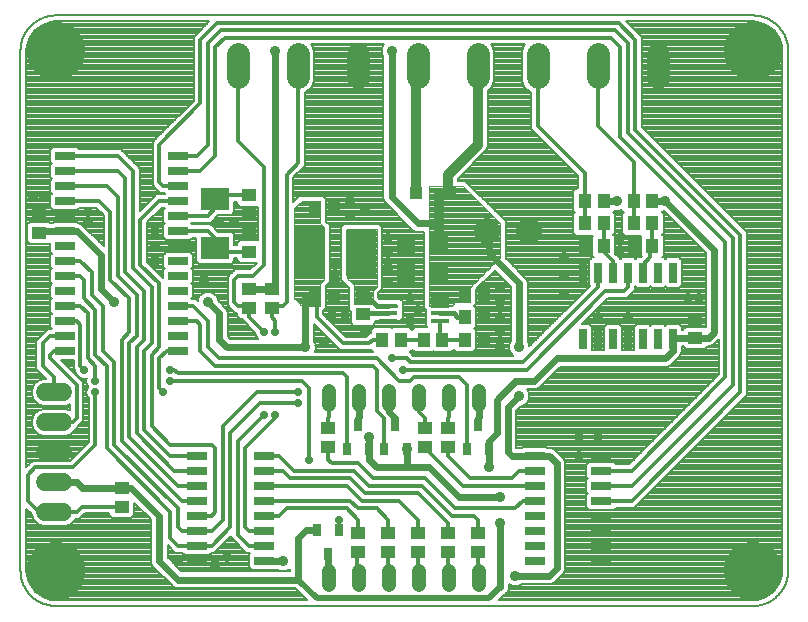
<source format=gtl>
G75*
%MOIN*%
%OFA0B0*%
%FSLAX25Y25*%
%IPPOS*%
%LPD*%
%AMOC8*
5,1,8,0,0,1.08239X$1,22.5*
%
%ADD10C,0.00800*%
%ADD11R,0.05118X0.04331*%
%ADD12R,0.06890X0.02756*%
%ADD13R,0.02756X0.06890*%
%ADD14R,0.04331X0.05118*%
%ADD15C,0.05906*%
%ADD16C,0.04800*%
%ADD17R,0.03150X0.03937*%
%ADD18C,0.07677*%
%ADD19R,0.06693X0.02559*%
%ADD20R,0.09449X0.07480*%
%ADD21R,0.06496X0.01772*%
%ADD22R,0.09843X0.15748*%
%ADD23R,0.06299X0.07087*%
%ADD24R,0.04331X0.04331*%
%ADD25C,0.08661*%
%ADD26OC8,0.08661*%
%ADD27C,0.03562*%
%ADD28C,0.19685*%
%ADD29C,0.03200*%
%ADD30C,0.02400*%
%ADD31C,0.00400*%
%ADD32C,0.02100*%
%ADD33C,0.01200*%
%ADD34C,0.02775*%
%ADD35C,0.01600*%
D10*
X0034146Y0040429D02*
X0266430Y0040429D01*
X0266430Y0042429D02*
X0181833Y0042429D01*
X0183559Y0044155D01*
X0183921Y0044305D01*
X0184709Y0045093D01*
X0185135Y0046122D01*
X0185135Y0047848D01*
X0185420Y0047563D01*
X0186663Y0047048D01*
X0188008Y0047048D01*
X0189251Y0047563D01*
X0189317Y0047629D01*
X0199142Y0047629D01*
X0200171Y0048055D01*
X0202671Y0050555D01*
X0203459Y0051343D01*
X0203885Y0052372D01*
X0203885Y0088486D01*
X0203459Y0089515D01*
X0200959Y0092015D01*
X0200171Y0092803D01*
X0199142Y0093229D01*
X0197999Y0093229D01*
X0197821Y0093407D01*
X0189606Y0093407D01*
X0189428Y0093229D01*
X0187635Y0093229D01*
X0187635Y0105519D01*
X0189164Y0107048D01*
X0189258Y0107048D01*
X0190501Y0107563D01*
X0191452Y0108514D01*
X0191967Y0109757D01*
X0191967Y0111102D01*
X0191452Y0112344D01*
X0191167Y0112629D01*
X0194142Y0112629D01*
X0195171Y0113055D01*
X0202245Y0120129D01*
X0237892Y0120129D01*
X0238921Y0120555D01*
X0241421Y0123055D01*
X0242209Y0123843D01*
X0242635Y0124872D01*
X0242635Y0125022D01*
X0242813Y0125199D01*
X0242813Y0126980D01*
X0243176Y0126980D01*
X0243176Y0126951D01*
X0244114Y0126014D01*
X0250557Y0126014D01*
X0251494Y0126951D01*
X0251494Y0126980D01*
X0252243Y0126980D01*
X0253272Y0127406D01*
X0255135Y0129269D01*
X0255135Y0117590D01*
X0225174Y0087629D01*
X0220843Y0087629D01*
X0220065Y0088407D01*
X0211850Y0088407D01*
X0210913Y0087470D01*
X0210913Y0083388D01*
X0211372Y0082929D01*
X0210913Y0082470D01*
X0210913Y0078388D01*
X0211372Y0077929D01*
X0210913Y0077470D01*
X0210913Y0073388D01*
X0211850Y0072451D01*
X0220065Y0072451D01*
X0220843Y0073229D01*
X0226997Y0073229D01*
X0263247Y0109479D01*
X0264535Y0110768D01*
X0264535Y0165090D01*
X0229535Y0200090D01*
X0229535Y0230090D01*
X0224346Y0235280D01*
X0266430Y0235280D01*
X0267965Y0235159D01*
X0270884Y0234210D01*
X0273367Y0232406D01*
X0275172Y0229923D01*
X0276120Y0227003D01*
X0276241Y0225469D01*
X0276241Y0052240D01*
X0276120Y0050705D01*
X0275172Y0047786D01*
X0273367Y0045303D01*
X0270884Y0043498D01*
X0267965Y0042550D01*
X0266430Y0042429D01*
X0268810Y0042825D02*
X0182229Y0042825D01*
X0183027Y0043623D02*
X0271056Y0043623D01*
X0272155Y0044422D02*
X0184038Y0044422D01*
X0184762Y0045220D02*
X0273254Y0045220D01*
X0273888Y0046019D02*
X0185093Y0046019D01*
X0185135Y0046817D02*
X0274468Y0046817D01*
X0275048Y0047616D02*
X0189304Y0047616D01*
X0185367Y0047616D02*
X0185135Y0047616D01*
X0200530Y0048414D02*
X0275376Y0048414D01*
X0275635Y0049213D02*
X0201329Y0049213D01*
X0202127Y0050011D02*
X0275895Y0050011D01*
X0276128Y0050810D02*
X0202926Y0050810D01*
X0203569Y0051608D02*
X0276191Y0051608D01*
X0276241Y0052407D02*
X0203885Y0052407D01*
X0203885Y0053205D02*
X0276241Y0053205D01*
X0276241Y0054004D02*
X0203885Y0054004D01*
X0203885Y0054802D02*
X0276241Y0054802D01*
X0276241Y0055601D02*
X0203885Y0055601D01*
X0203885Y0056399D02*
X0276241Y0056399D01*
X0276241Y0057198D02*
X0203885Y0057198D01*
X0203885Y0057996D02*
X0276241Y0057996D01*
X0276241Y0058795D02*
X0203885Y0058795D01*
X0203885Y0059593D02*
X0276241Y0059593D01*
X0276241Y0060392D02*
X0203885Y0060392D01*
X0203885Y0061190D02*
X0276241Y0061190D01*
X0276241Y0061989D02*
X0203885Y0061989D01*
X0203885Y0062787D02*
X0276241Y0062787D01*
X0276241Y0063586D02*
X0203885Y0063586D01*
X0203885Y0064384D02*
X0276241Y0064384D01*
X0276241Y0065183D02*
X0203885Y0065183D01*
X0203885Y0065981D02*
X0276241Y0065981D01*
X0276241Y0066780D02*
X0203885Y0066780D01*
X0203885Y0067579D02*
X0276241Y0067579D01*
X0276241Y0068377D02*
X0203885Y0068377D01*
X0203885Y0069176D02*
X0276241Y0069176D01*
X0276241Y0069974D02*
X0203885Y0069974D01*
X0203885Y0070773D02*
X0276241Y0070773D01*
X0276241Y0071571D02*
X0203885Y0071571D01*
X0203885Y0072370D02*
X0276241Y0072370D01*
X0276241Y0073168D02*
X0220782Y0073168D01*
X0227734Y0073967D02*
X0276241Y0073967D01*
X0276241Y0074765D02*
X0228533Y0074765D01*
X0229331Y0075564D02*
X0276241Y0075564D01*
X0276241Y0076362D02*
X0230130Y0076362D01*
X0230928Y0077161D02*
X0276241Y0077161D01*
X0276241Y0077959D02*
X0231727Y0077959D01*
X0232525Y0078758D02*
X0276241Y0078758D01*
X0276241Y0079556D02*
X0233324Y0079556D01*
X0234122Y0080355D02*
X0276241Y0080355D01*
X0276241Y0081153D02*
X0234921Y0081153D01*
X0235719Y0081952D02*
X0276241Y0081952D01*
X0276241Y0082750D02*
X0236518Y0082750D01*
X0237316Y0083549D02*
X0276241Y0083549D01*
X0276241Y0084347D02*
X0238115Y0084347D01*
X0238913Y0085146D02*
X0276241Y0085146D01*
X0276241Y0085944D02*
X0239712Y0085944D01*
X0240510Y0086743D02*
X0276241Y0086743D01*
X0276241Y0087541D02*
X0241309Y0087541D01*
X0242107Y0088340D02*
X0276241Y0088340D01*
X0276241Y0089138D02*
X0242906Y0089138D01*
X0243704Y0089937D02*
X0276241Y0089937D01*
X0276241Y0090735D02*
X0244503Y0090735D01*
X0245301Y0091534D02*
X0276241Y0091534D01*
X0276241Y0092332D02*
X0246100Y0092332D01*
X0246898Y0093131D02*
X0276241Y0093131D01*
X0276241Y0093929D02*
X0247697Y0093929D01*
X0248495Y0094728D02*
X0276241Y0094728D01*
X0276241Y0095526D02*
X0249294Y0095526D01*
X0250092Y0096325D02*
X0276241Y0096325D01*
X0276241Y0097123D02*
X0250891Y0097123D01*
X0251690Y0097922D02*
X0276241Y0097922D01*
X0276241Y0098720D02*
X0252488Y0098720D01*
X0253287Y0099519D02*
X0276241Y0099519D01*
X0276241Y0100317D02*
X0254085Y0100317D01*
X0254884Y0101116D02*
X0276241Y0101116D01*
X0276241Y0101915D02*
X0255682Y0101915D01*
X0256481Y0102713D02*
X0276241Y0102713D01*
X0276241Y0103512D02*
X0257279Y0103512D01*
X0258078Y0104310D02*
X0276241Y0104310D01*
X0276241Y0105109D02*
X0258876Y0105109D01*
X0259675Y0105907D02*
X0276241Y0105907D01*
X0276241Y0106706D02*
X0260473Y0106706D01*
X0261272Y0107504D02*
X0276241Y0107504D01*
X0276241Y0108303D02*
X0262070Y0108303D01*
X0262869Y0109101D02*
X0276241Y0109101D01*
X0276241Y0109900D02*
X0263667Y0109900D01*
X0264466Y0110698D02*
X0276241Y0110698D01*
X0276241Y0111497D02*
X0264535Y0111497D01*
X0264535Y0112295D02*
X0276241Y0112295D01*
X0276241Y0113094D02*
X0264535Y0113094D01*
X0264535Y0113892D02*
X0276241Y0113892D01*
X0276241Y0114691D02*
X0264535Y0114691D01*
X0264535Y0115489D02*
X0276241Y0115489D01*
X0276241Y0116288D02*
X0264535Y0116288D01*
X0264535Y0117086D02*
X0276241Y0117086D01*
X0276241Y0117885D02*
X0264535Y0117885D01*
X0264535Y0118683D02*
X0276241Y0118683D01*
X0276241Y0119482D02*
X0264535Y0119482D01*
X0264535Y0120280D02*
X0276241Y0120280D01*
X0276241Y0121079D02*
X0264535Y0121079D01*
X0264535Y0121877D02*
X0276241Y0121877D01*
X0276241Y0122676D02*
X0264535Y0122676D01*
X0264535Y0123474D02*
X0276241Y0123474D01*
X0276241Y0124273D02*
X0264535Y0124273D01*
X0264535Y0125071D02*
X0276241Y0125071D01*
X0276241Y0125870D02*
X0264535Y0125870D01*
X0264535Y0126668D02*
X0276241Y0126668D01*
X0276241Y0127467D02*
X0264535Y0127467D01*
X0264535Y0128265D02*
X0276241Y0128265D01*
X0276241Y0129064D02*
X0264535Y0129064D01*
X0264535Y0129862D02*
X0276241Y0129862D01*
X0276241Y0130661D02*
X0264535Y0130661D01*
X0264535Y0131459D02*
X0276241Y0131459D01*
X0276241Y0132258D02*
X0264535Y0132258D01*
X0264535Y0133056D02*
X0276241Y0133056D01*
X0276241Y0133855D02*
X0264535Y0133855D01*
X0264535Y0134653D02*
X0276241Y0134653D01*
X0276241Y0135452D02*
X0264535Y0135452D01*
X0264535Y0136250D02*
X0276241Y0136250D01*
X0276241Y0137049D02*
X0264535Y0137049D01*
X0264535Y0137848D02*
X0276241Y0137848D01*
X0276241Y0138646D02*
X0264535Y0138646D01*
X0264535Y0139445D02*
X0276241Y0139445D01*
X0276241Y0140243D02*
X0264535Y0140243D01*
X0264535Y0141042D02*
X0276241Y0141042D01*
X0276241Y0141840D02*
X0264535Y0141840D01*
X0264535Y0142639D02*
X0276241Y0142639D01*
X0276241Y0143437D02*
X0264535Y0143437D01*
X0264535Y0144236D02*
X0276241Y0144236D01*
X0276241Y0145034D02*
X0264535Y0145034D01*
X0264535Y0145833D02*
X0276241Y0145833D01*
X0276241Y0146631D02*
X0264535Y0146631D01*
X0264535Y0147430D02*
X0276241Y0147430D01*
X0276241Y0148228D02*
X0264535Y0148228D01*
X0264535Y0149027D02*
X0276241Y0149027D01*
X0276241Y0149825D02*
X0264535Y0149825D01*
X0264535Y0150624D02*
X0276241Y0150624D01*
X0276241Y0151422D02*
X0264535Y0151422D01*
X0264535Y0152221D02*
X0276241Y0152221D01*
X0276241Y0153019D02*
X0264535Y0153019D01*
X0264535Y0153818D02*
X0276241Y0153818D01*
X0276241Y0154616D02*
X0264535Y0154616D01*
X0264535Y0155415D02*
X0276241Y0155415D01*
X0276241Y0156213D02*
X0264535Y0156213D01*
X0264535Y0157012D02*
X0276241Y0157012D01*
X0276241Y0157810D02*
X0264535Y0157810D01*
X0264535Y0158609D02*
X0276241Y0158609D01*
X0276241Y0159407D02*
X0264535Y0159407D01*
X0264535Y0160206D02*
X0276241Y0160206D01*
X0276241Y0161004D02*
X0264535Y0161004D01*
X0264535Y0161803D02*
X0276241Y0161803D01*
X0276241Y0162601D02*
X0264535Y0162601D01*
X0264535Y0163400D02*
X0276241Y0163400D01*
X0276241Y0164198D02*
X0264535Y0164198D01*
X0264535Y0164997D02*
X0276241Y0164997D01*
X0276241Y0165795D02*
X0263830Y0165795D01*
X0263032Y0166594D02*
X0276241Y0166594D01*
X0276241Y0167392D02*
X0262233Y0167392D01*
X0261435Y0168191D02*
X0276241Y0168191D01*
X0276241Y0168989D02*
X0260636Y0168989D01*
X0259838Y0169788D02*
X0276241Y0169788D01*
X0276241Y0170586D02*
X0259039Y0170586D01*
X0258241Y0171385D02*
X0276241Y0171385D01*
X0276241Y0172184D02*
X0257442Y0172184D01*
X0256644Y0172982D02*
X0276241Y0172982D01*
X0276241Y0173781D02*
X0255845Y0173781D01*
X0255047Y0174579D02*
X0276241Y0174579D01*
X0276241Y0175378D02*
X0254248Y0175378D01*
X0253450Y0176176D02*
X0276241Y0176176D01*
X0276241Y0176975D02*
X0252651Y0176975D01*
X0251853Y0177773D02*
X0276241Y0177773D01*
X0276241Y0178572D02*
X0251054Y0178572D01*
X0250256Y0179370D02*
X0276241Y0179370D01*
X0276241Y0180169D02*
X0249457Y0180169D01*
X0248659Y0180967D02*
X0276241Y0180967D01*
X0276241Y0181766D02*
X0247860Y0181766D01*
X0247062Y0182564D02*
X0276241Y0182564D01*
X0276241Y0183363D02*
X0246263Y0183363D01*
X0245465Y0184161D02*
X0276241Y0184161D01*
X0276241Y0184960D02*
X0244666Y0184960D01*
X0243868Y0185758D02*
X0276241Y0185758D01*
X0276241Y0186557D02*
X0243069Y0186557D01*
X0242271Y0187355D02*
X0276241Y0187355D01*
X0276241Y0188154D02*
X0241472Y0188154D01*
X0240674Y0188952D02*
X0276241Y0188952D01*
X0276241Y0189751D02*
X0239875Y0189751D01*
X0239077Y0190549D02*
X0276241Y0190549D01*
X0276241Y0191348D02*
X0238278Y0191348D01*
X0237480Y0192146D02*
X0276241Y0192146D01*
X0276241Y0192945D02*
X0236681Y0192945D01*
X0235883Y0193743D02*
X0276241Y0193743D01*
X0276241Y0194542D02*
X0235084Y0194542D01*
X0234285Y0195340D02*
X0276241Y0195340D01*
X0276241Y0196139D02*
X0233487Y0196139D01*
X0232688Y0196937D02*
X0276241Y0196937D01*
X0276241Y0197736D02*
X0231890Y0197736D01*
X0231091Y0198534D02*
X0276241Y0198534D01*
X0276241Y0199333D02*
X0230293Y0199333D01*
X0229535Y0200131D02*
X0276241Y0200131D01*
X0276241Y0200930D02*
X0229535Y0200930D01*
X0229535Y0201728D02*
X0276241Y0201728D01*
X0276241Y0202527D02*
X0229535Y0202527D01*
X0229535Y0203325D02*
X0276241Y0203325D01*
X0276241Y0204124D02*
X0229535Y0204124D01*
X0229535Y0204922D02*
X0276241Y0204922D01*
X0276241Y0205721D02*
X0229535Y0205721D01*
X0229535Y0206519D02*
X0276241Y0206519D01*
X0276241Y0207318D02*
X0229535Y0207318D01*
X0229535Y0208117D02*
X0276241Y0208117D01*
X0276241Y0208915D02*
X0229535Y0208915D01*
X0229535Y0209714D02*
X0276241Y0209714D01*
X0276241Y0210512D02*
X0229535Y0210512D01*
X0229535Y0211311D02*
X0276241Y0211311D01*
X0276241Y0212109D02*
X0229535Y0212109D01*
X0229535Y0212908D02*
X0276241Y0212908D01*
X0276241Y0213706D02*
X0229535Y0213706D01*
X0229535Y0214505D02*
X0276241Y0214505D01*
X0276241Y0215303D02*
X0229535Y0215303D01*
X0229535Y0216102D02*
X0276241Y0216102D01*
X0276241Y0216900D02*
X0229535Y0216900D01*
X0229535Y0217699D02*
X0276241Y0217699D01*
X0276241Y0218497D02*
X0229535Y0218497D01*
X0229535Y0219296D02*
X0276241Y0219296D01*
X0276241Y0220094D02*
X0229535Y0220094D01*
X0229535Y0220893D02*
X0276241Y0220893D01*
X0276241Y0221691D02*
X0229535Y0221691D01*
X0229535Y0222490D02*
X0276241Y0222490D01*
X0276241Y0223288D02*
X0229535Y0223288D01*
X0229535Y0224087D02*
X0276241Y0224087D01*
X0276241Y0224885D02*
X0229535Y0224885D01*
X0229535Y0225684D02*
X0276224Y0225684D01*
X0276161Y0226482D02*
X0229535Y0226482D01*
X0229535Y0227281D02*
X0276030Y0227281D01*
X0275771Y0228079D02*
X0229535Y0228079D01*
X0229535Y0228878D02*
X0275511Y0228878D01*
X0275252Y0229676D02*
X0229535Y0229676D01*
X0229151Y0230475D02*
X0274770Y0230475D01*
X0274190Y0231273D02*
X0228352Y0231273D01*
X0227554Y0232072D02*
X0273610Y0232072D01*
X0272728Y0232870D02*
X0226755Y0232870D01*
X0225957Y0233669D02*
X0271629Y0233669D01*
X0270092Y0234467D02*
X0225158Y0234467D01*
X0224360Y0235266D02*
X0266603Y0235266D01*
X0266430Y0237280D02*
X0034146Y0237280D01*
X0034146Y0235280D02*
X0085325Y0235280D01*
X0081424Y0231379D01*
X0080135Y0230090D01*
X0080135Y0208840D01*
X0067674Y0196379D01*
X0066385Y0195090D01*
X0066385Y0180768D01*
X0067635Y0179518D01*
X0068924Y0178229D01*
X0070216Y0178229D01*
X0070516Y0177929D01*
X0070216Y0177629D01*
X0067674Y0177629D01*
X0066385Y0176340D01*
X0062035Y0171990D01*
X0062035Y0186340D01*
X0060747Y0187629D01*
X0055747Y0192629D01*
X0041955Y0192629D01*
X0041276Y0193309D01*
X0033257Y0193309D01*
X0032320Y0192371D01*
X0032320Y0188487D01*
X0032878Y0187929D01*
X0032320Y0187371D01*
X0032320Y0183487D01*
X0032878Y0182929D01*
X0032320Y0182371D01*
X0032320Y0178487D01*
X0032878Y0177929D01*
X0032320Y0177371D01*
X0032320Y0173487D01*
X0033257Y0172550D01*
X0041276Y0172550D01*
X0041955Y0173229D01*
X0047674Y0173229D01*
X0050135Y0170768D01*
X0050135Y0160339D01*
X0042671Y0167803D01*
X0041642Y0168229D01*
X0041355Y0168229D01*
X0041276Y0168309D01*
X0033257Y0168309D01*
X0033178Y0168229D01*
X0032123Y0168229D01*
X0031807Y0168545D01*
X0025364Y0168545D01*
X0024426Y0167608D01*
X0024426Y0161951D01*
X0025364Y0161014D01*
X0031807Y0161014D01*
X0032320Y0161527D01*
X0032320Y0158487D01*
X0032878Y0157929D01*
X0032320Y0157371D01*
X0032320Y0153487D01*
X0032878Y0152929D01*
X0032320Y0152371D01*
X0032320Y0148487D01*
X0032878Y0147929D01*
X0032320Y0147371D01*
X0032320Y0143487D01*
X0032878Y0142929D01*
X0032320Y0142371D01*
X0032320Y0138487D01*
X0032878Y0137929D01*
X0032320Y0137371D01*
X0032320Y0133487D01*
X0032878Y0132929D01*
X0032578Y0132629D01*
X0031424Y0132629D01*
X0027635Y0128840D01*
X0027635Y0119518D01*
X0028924Y0118229D01*
X0030921Y0116232D01*
X0029727Y0116232D01*
X0028054Y0115539D01*
X0026773Y0114258D01*
X0026080Y0112585D01*
X0026080Y0110774D01*
X0026773Y0109100D01*
X0028054Y0107819D01*
X0029727Y0107126D01*
X0037444Y0107126D01*
X0038885Y0107724D01*
X0038885Y0105635D01*
X0037444Y0106232D01*
X0029727Y0106232D01*
X0028054Y0105539D01*
X0026773Y0104258D01*
X0026080Y0102585D01*
X0026080Y0100774D01*
X0026773Y0099100D01*
X0028054Y0097819D01*
X0029727Y0097126D01*
X0037444Y0097126D01*
X0039117Y0097819D01*
X0040398Y0099100D01*
X0040555Y0099479D01*
X0040747Y0099479D01*
X0041997Y0100729D01*
X0043285Y0102018D01*
X0043285Y0115090D01*
X0035826Y0122550D01*
X0040135Y0122550D01*
X0040135Y0119518D01*
X0040598Y0119055D01*
X0040598Y0118585D01*
X0041053Y0117487D01*
X0041893Y0116647D01*
X0042991Y0116192D01*
X0044180Y0116192D01*
X0044467Y0116311D01*
X0044348Y0116023D01*
X0044348Y0114835D01*
X0044803Y0113737D01*
X0044986Y0113554D01*
X0044803Y0113371D01*
X0044348Y0112273D01*
X0044348Y0111085D01*
X0044803Y0109987D01*
X0045135Y0109654D01*
X0045135Y0095090D01*
X0038924Y0088879D01*
X0026424Y0088879D01*
X0025135Y0087590D01*
X0024335Y0086790D01*
X0024335Y0225469D01*
X0024456Y0227003D01*
X0025405Y0229923D01*
X0027209Y0232406D01*
X0029692Y0234210D01*
X0032612Y0235159D01*
X0034146Y0235280D01*
X0033973Y0235266D02*
X0085311Y0235266D01*
X0084512Y0234467D02*
X0030484Y0234467D01*
X0028947Y0233669D02*
X0083714Y0233669D01*
X0082915Y0232870D02*
X0027848Y0232870D01*
X0026966Y0232072D02*
X0082117Y0232072D01*
X0081318Y0231273D02*
X0026386Y0231273D01*
X0025806Y0230475D02*
X0080520Y0230475D01*
X0080135Y0229676D02*
X0025325Y0229676D01*
X0025065Y0228878D02*
X0080135Y0228878D01*
X0080135Y0228079D02*
X0024806Y0228079D01*
X0024546Y0227281D02*
X0080135Y0227281D01*
X0080135Y0226482D02*
X0024415Y0226482D01*
X0024352Y0225684D02*
X0080135Y0225684D01*
X0080135Y0224885D02*
X0024335Y0224885D01*
X0024335Y0224087D02*
X0080135Y0224087D01*
X0080135Y0223288D02*
X0024335Y0223288D01*
X0024335Y0222490D02*
X0080135Y0222490D01*
X0080135Y0221691D02*
X0024335Y0221691D01*
X0024335Y0220893D02*
X0080135Y0220893D01*
X0080135Y0220094D02*
X0024335Y0220094D01*
X0024335Y0219296D02*
X0080135Y0219296D01*
X0080135Y0218497D02*
X0024335Y0218497D01*
X0024335Y0217699D02*
X0080135Y0217699D01*
X0080135Y0216900D02*
X0024335Y0216900D01*
X0024335Y0216102D02*
X0080135Y0216102D01*
X0080135Y0215303D02*
X0024335Y0215303D01*
X0024335Y0214505D02*
X0080135Y0214505D01*
X0080135Y0213706D02*
X0024335Y0213706D01*
X0024335Y0212908D02*
X0080135Y0212908D01*
X0080135Y0212109D02*
X0024335Y0212109D01*
X0024335Y0211311D02*
X0080135Y0211311D01*
X0080135Y0210512D02*
X0024335Y0210512D01*
X0024335Y0209714D02*
X0080135Y0209714D01*
X0080135Y0208915D02*
X0024335Y0208915D01*
X0024335Y0208117D02*
X0079412Y0208117D01*
X0078613Y0207318D02*
X0024335Y0207318D01*
X0024335Y0206519D02*
X0077815Y0206519D01*
X0077016Y0205721D02*
X0024335Y0205721D01*
X0024335Y0204922D02*
X0076217Y0204922D01*
X0075419Y0204124D02*
X0024335Y0204124D01*
X0024335Y0203325D02*
X0074620Y0203325D01*
X0073822Y0202527D02*
X0024335Y0202527D01*
X0024335Y0201728D02*
X0073023Y0201728D01*
X0072225Y0200930D02*
X0024335Y0200930D01*
X0024335Y0200131D02*
X0071426Y0200131D01*
X0070628Y0199333D02*
X0024335Y0199333D01*
X0024335Y0198534D02*
X0069829Y0198534D01*
X0069031Y0197736D02*
X0024335Y0197736D01*
X0024335Y0196937D02*
X0068232Y0196937D01*
X0067434Y0196139D02*
X0024335Y0196139D01*
X0024335Y0195340D02*
X0066635Y0195340D01*
X0066385Y0194542D02*
X0024335Y0194542D01*
X0024335Y0193743D02*
X0066385Y0193743D01*
X0066385Y0192945D02*
X0041640Y0192945D01*
X0032893Y0192945D02*
X0024335Y0192945D01*
X0024335Y0192146D02*
X0032320Y0192146D01*
X0032320Y0191348D02*
X0024335Y0191348D01*
X0024335Y0190549D02*
X0032320Y0190549D01*
X0032320Y0189751D02*
X0024335Y0189751D01*
X0024335Y0188952D02*
X0032320Y0188952D01*
X0032653Y0188154D02*
X0024335Y0188154D01*
X0024335Y0187355D02*
X0032320Y0187355D01*
X0032320Y0186557D02*
X0024335Y0186557D01*
X0024335Y0185758D02*
X0032320Y0185758D01*
X0032320Y0184960D02*
X0024335Y0184960D01*
X0024335Y0184161D02*
X0032320Y0184161D01*
X0032444Y0183363D02*
X0024335Y0183363D01*
X0024335Y0182564D02*
X0032513Y0182564D01*
X0032320Y0181766D02*
X0024335Y0181766D01*
X0024335Y0180967D02*
X0032320Y0180967D01*
X0032320Y0180169D02*
X0024335Y0180169D01*
X0024335Y0179370D02*
X0032320Y0179370D01*
X0032320Y0178572D02*
X0024335Y0178572D01*
X0024335Y0177773D02*
X0032722Y0177773D01*
X0032320Y0176975D02*
X0024335Y0176975D01*
X0024335Y0176176D02*
X0032320Y0176176D01*
X0032320Y0175378D02*
X0024335Y0175378D01*
X0024335Y0174579D02*
X0032320Y0174579D01*
X0032320Y0173781D02*
X0024335Y0173781D01*
X0024335Y0172982D02*
X0032825Y0172982D01*
X0024335Y0172184D02*
X0048720Y0172184D01*
X0047921Y0172982D02*
X0041708Y0172982D01*
X0041735Y0168191D02*
X0050135Y0168191D01*
X0050135Y0168989D02*
X0024335Y0168989D01*
X0024335Y0168191D02*
X0025010Y0168191D01*
X0024426Y0167392D02*
X0024335Y0167392D01*
X0024335Y0166594D02*
X0024426Y0166594D01*
X0024426Y0165795D02*
X0024335Y0165795D01*
X0024335Y0164997D02*
X0024426Y0164997D01*
X0024426Y0164198D02*
X0024335Y0164198D01*
X0024335Y0163400D02*
X0024426Y0163400D01*
X0024426Y0162601D02*
X0024335Y0162601D01*
X0024335Y0161803D02*
X0024575Y0161803D01*
X0024335Y0161004D02*
X0032320Y0161004D01*
X0032320Y0160206D02*
X0024335Y0160206D01*
X0024335Y0159407D02*
X0032320Y0159407D01*
X0032320Y0158609D02*
X0024335Y0158609D01*
X0024335Y0157810D02*
X0032759Y0157810D01*
X0032320Y0157012D02*
X0024335Y0157012D01*
X0024335Y0156213D02*
X0032320Y0156213D01*
X0032320Y0155415D02*
X0024335Y0155415D01*
X0024335Y0154616D02*
X0032320Y0154616D01*
X0032320Y0153818D02*
X0024335Y0153818D01*
X0024335Y0153019D02*
X0032788Y0153019D01*
X0032320Y0152221D02*
X0024335Y0152221D01*
X0024335Y0151422D02*
X0032320Y0151422D01*
X0032320Y0150624D02*
X0024335Y0150624D01*
X0024335Y0149825D02*
X0032320Y0149825D01*
X0032320Y0149027D02*
X0024335Y0149027D01*
X0024335Y0148228D02*
X0032579Y0148228D01*
X0032378Y0147430D02*
X0024335Y0147430D01*
X0024335Y0146631D02*
X0032320Y0146631D01*
X0032320Y0145833D02*
X0024335Y0145833D01*
X0024335Y0145034D02*
X0032320Y0145034D01*
X0032320Y0144236D02*
X0024335Y0144236D01*
X0024335Y0143437D02*
X0032370Y0143437D01*
X0032587Y0142639D02*
X0024335Y0142639D01*
X0024335Y0141840D02*
X0032320Y0141840D01*
X0032320Y0141042D02*
X0024335Y0141042D01*
X0024335Y0140243D02*
X0032320Y0140243D01*
X0032320Y0139445D02*
X0024335Y0139445D01*
X0024335Y0138646D02*
X0032320Y0138646D01*
X0032796Y0137848D02*
X0024335Y0137848D01*
X0024335Y0137049D02*
X0032320Y0137049D01*
X0032320Y0136250D02*
X0024335Y0136250D01*
X0024335Y0135452D02*
X0032320Y0135452D01*
X0032320Y0134653D02*
X0024335Y0134653D01*
X0024335Y0133855D02*
X0032320Y0133855D01*
X0032750Y0133056D02*
X0024335Y0133056D01*
X0024335Y0132258D02*
X0031053Y0132258D01*
X0030254Y0131459D02*
X0024335Y0131459D01*
X0024335Y0130661D02*
X0029456Y0130661D01*
X0028657Y0129862D02*
X0024335Y0129862D01*
X0024335Y0129064D02*
X0027859Y0129064D01*
X0027635Y0128265D02*
X0024335Y0128265D01*
X0024335Y0127467D02*
X0027635Y0127467D01*
X0027635Y0126668D02*
X0024335Y0126668D01*
X0024335Y0125870D02*
X0027635Y0125870D01*
X0027635Y0125071D02*
X0024335Y0125071D01*
X0024335Y0124273D02*
X0027635Y0124273D01*
X0027635Y0123474D02*
X0024335Y0123474D01*
X0024335Y0122676D02*
X0027635Y0122676D01*
X0027635Y0121877D02*
X0024335Y0121877D01*
X0024335Y0121079D02*
X0027635Y0121079D01*
X0027635Y0120280D02*
X0024335Y0120280D01*
X0024335Y0119482D02*
X0027672Y0119482D01*
X0028470Y0118683D02*
X0024335Y0118683D01*
X0024335Y0117885D02*
X0029269Y0117885D01*
X0030067Y0117086D02*
X0024335Y0117086D01*
X0024335Y0116288D02*
X0030866Y0116288D01*
X0028004Y0115489D02*
X0024335Y0115489D01*
X0024335Y0114691D02*
X0027206Y0114691D01*
X0026621Y0113892D02*
X0024335Y0113892D01*
X0024335Y0113094D02*
X0026291Y0113094D01*
X0026080Y0112295D02*
X0024335Y0112295D01*
X0024335Y0111497D02*
X0026080Y0111497D01*
X0026111Y0110698D02*
X0024335Y0110698D01*
X0024335Y0109900D02*
X0026442Y0109900D01*
X0026773Y0109101D02*
X0024335Y0109101D01*
X0024335Y0108303D02*
X0027571Y0108303D01*
X0028815Y0107504D02*
X0024335Y0107504D01*
X0024335Y0106706D02*
X0038885Y0106706D01*
X0038885Y0107504D02*
X0038356Y0107504D01*
X0038228Y0105907D02*
X0038885Y0105907D01*
X0043285Y0105907D02*
X0045135Y0105907D01*
X0045135Y0105109D02*
X0043285Y0105109D01*
X0043285Y0104310D02*
X0045135Y0104310D01*
X0045135Y0103512D02*
X0043285Y0103512D01*
X0043285Y0102713D02*
X0045135Y0102713D01*
X0045135Y0101915D02*
X0043182Y0101915D01*
X0042384Y0101116D02*
X0045135Y0101116D01*
X0045135Y0100317D02*
X0041585Y0100317D01*
X0040787Y0099519D02*
X0045135Y0099519D01*
X0045135Y0098720D02*
X0040018Y0098720D01*
X0039220Y0097922D02*
X0045135Y0097922D01*
X0045135Y0097123D02*
X0024335Y0097123D01*
X0024335Y0096325D02*
X0045135Y0096325D01*
X0045135Y0095526D02*
X0024335Y0095526D01*
X0024335Y0094728D02*
X0044773Y0094728D01*
X0043974Y0093929D02*
X0024335Y0093929D01*
X0024335Y0093131D02*
X0043176Y0093131D01*
X0042377Y0092332D02*
X0024335Y0092332D01*
X0024335Y0091534D02*
X0041579Y0091534D01*
X0040780Y0090735D02*
X0024335Y0090735D01*
X0024335Y0089937D02*
X0039982Y0089937D01*
X0039183Y0089138D02*
X0024335Y0089138D01*
X0024335Y0088340D02*
X0025885Y0088340D01*
X0025086Y0087541D02*
X0024335Y0087541D01*
X0024335Y0097922D02*
X0027951Y0097922D01*
X0027153Y0098720D02*
X0024335Y0098720D01*
X0024335Y0099519D02*
X0026600Y0099519D01*
X0026269Y0100317D02*
X0024335Y0100317D01*
X0024335Y0101116D02*
X0026080Y0101116D01*
X0026080Y0101915D02*
X0024335Y0101915D01*
X0024335Y0102713D02*
X0026133Y0102713D01*
X0026464Y0103512D02*
X0024335Y0103512D01*
X0024335Y0104310D02*
X0026825Y0104310D01*
X0027624Y0105109D02*
X0024335Y0105109D01*
X0024335Y0105907D02*
X0028943Y0105907D01*
X0043285Y0106706D02*
X0045135Y0106706D01*
X0045135Y0107504D02*
X0043285Y0107504D01*
X0043285Y0108303D02*
X0045135Y0108303D01*
X0045135Y0109101D02*
X0043285Y0109101D01*
X0043285Y0109900D02*
X0044890Y0109900D01*
X0044508Y0110698D02*
X0043285Y0110698D01*
X0043285Y0111497D02*
X0044348Y0111497D01*
X0044357Y0112295D02*
X0043285Y0112295D01*
X0043285Y0113094D02*
X0044688Y0113094D01*
X0044738Y0113892D02*
X0043285Y0113892D01*
X0043285Y0114691D02*
X0044408Y0114691D01*
X0044348Y0115489D02*
X0042887Y0115489D01*
X0042759Y0116288D02*
X0042088Y0116288D01*
X0041453Y0117086D02*
X0041290Y0117086D01*
X0040888Y0117885D02*
X0040491Y0117885D01*
X0040598Y0118683D02*
X0039693Y0118683D01*
X0040172Y0119482D02*
X0038894Y0119482D01*
X0038096Y0120280D02*
X0040135Y0120280D01*
X0040135Y0121079D02*
X0037297Y0121079D01*
X0036499Y0121877D02*
X0040135Y0121877D01*
X0044411Y0116288D02*
X0044458Y0116288D01*
X0079293Y0142929D02*
X0079851Y0143487D01*
X0079851Y0147371D01*
X0079293Y0147929D01*
X0079851Y0148487D01*
X0079851Y0152371D01*
X0079293Y0152929D01*
X0079851Y0153487D01*
X0079851Y0157371D01*
X0078914Y0158309D01*
X0070895Y0158309D01*
X0069958Y0157371D01*
X0069958Y0153487D01*
X0070516Y0152929D01*
X0069958Y0152371D01*
X0069958Y0149668D01*
X0064535Y0155090D01*
X0064535Y0168268D01*
X0069497Y0173229D01*
X0070216Y0173229D01*
X0070516Y0172929D01*
X0069958Y0172371D01*
X0069958Y0168487D01*
X0070516Y0167929D01*
X0069958Y0167371D01*
X0069958Y0163487D01*
X0070895Y0162550D01*
X0078914Y0162550D01*
X0079593Y0163229D01*
X0081011Y0163229D01*
X0081011Y0155455D01*
X0081948Y0154518D01*
X0092723Y0154518D01*
X0093660Y0155455D01*
X0093660Y0156330D01*
X0094426Y0156330D01*
X0094426Y0155701D01*
X0095364Y0154764D01*
X0101059Y0154764D01*
X0098924Y0152629D01*
X0093924Y0152629D01*
X0092674Y0151379D01*
X0091385Y0150090D01*
X0091385Y0140768D01*
X0092635Y0139518D01*
X0093924Y0138229D01*
X0094426Y0138229D01*
X0094426Y0136951D01*
X0095364Y0136014D01*
X0096385Y0136014D01*
X0096385Y0135768D01*
X0100598Y0131555D01*
X0100598Y0131085D01*
X0101053Y0129987D01*
X0101561Y0129479D01*
X0092245Y0129479D01*
X0091385Y0130339D01*
X0091385Y0138486D01*
X0090959Y0139515D01*
X0088217Y0142258D01*
X0088217Y0142352D01*
X0087702Y0143594D01*
X0086751Y0144545D01*
X0085508Y0145060D01*
X0084163Y0145060D01*
X0082920Y0144545D01*
X0081969Y0143594D01*
X0081454Y0142352D01*
X0081454Y0141921D01*
X0080747Y0142629D01*
X0079593Y0142629D01*
X0079293Y0142929D01*
X0079584Y0142639D02*
X0081573Y0142639D01*
X0081904Y0143437D02*
X0079801Y0143437D01*
X0079851Y0144236D02*
X0082610Y0144236D01*
X0084100Y0145034D02*
X0079851Y0145034D01*
X0079851Y0145833D02*
X0091385Y0145833D01*
X0091385Y0146631D02*
X0079851Y0146631D01*
X0079793Y0147430D02*
X0091385Y0147430D01*
X0091385Y0148228D02*
X0079592Y0148228D01*
X0079851Y0149027D02*
X0091385Y0149027D01*
X0091385Y0149825D02*
X0079851Y0149825D01*
X0079851Y0150624D02*
X0091919Y0150624D01*
X0092717Y0151422D02*
X0079851Y0151422D01*
X0079851Y0152221D02*
X0093516Y0152221D01*
X0092821Y0154616D02*
X0100911Y0154616D01*
X0100113Y0153818D02*
X0079851Y0153818D01*
X0079851Y0154616D02*
X0081850Y0154616D01*
X0081052Y0155415D02*
X0079851Y0155415D01*
X0079851Y0156213D02*
X0081011Y0156213D01*
X0081011Y0157012D02*
X0079851Y0157012D01*
X0079412Y0157810D02*
X0081011Y0157810D01*
X0081011Y0158609D02*
X0064535Y0158609D01*
X0064535Y0159407D02*
X0081011Y0159407D01*
X0081011Y0160206D02*
X0064535Y0160206D01*
X0064535Y0161004D02*
X0081011Y0161004D01*
X0081011Y0161803D02*
X0064535Y0161803D01*
X0064535Y0162601D02*
X0070843Y0162601D01*
X0070045Y0163400D02*
X0064535Y0163400D01*
X0064535Y0164198D02*
X0069958Y0164198D01*
X0069958Y0164997D02*
X0064535Y0164997D01*
X0064535Y0165795D02*
X0069958Y0165795D01*
X0069958Y0166594D02*
X0064535Y0166594D01*
X0064535Y0167392D02*
X0069979Y0167392D01*
X0070254Y0168191D02*
X0064535Y0168191D01*
X0065257Y0168989D02*
X0069958Y0168989D01*
X0069958Y0169788D02*
X0066056Y0169788D01*
X0066854Y0170586D02*
X0069958Y0170586D01*
X0069958Y0171385D02*
X0067653Y0171385D01*
X0068451Y0172184D02*
X0069958Y0172184D01*
X0070463Y0172982D02*
X0069250Y0172982D01*
X0066221Y0176176D02*
X0062035Y0176176D01*
X0062035Y0175378D02*
X0065423Y0175378D01*
X0064624Y0174579D02*
X0062035Y0174579D01*
X0062035Y0173781D02*
X0063826Y0173781D01*
X0063027Y0172982D02*
X0062035Y0172982D01*
X0062035Y0172184D02*
X0062229Y0172184D01*
X0062035Y0176975D02*
X0067020Y0176975D01*
X0068582Y0178572D02*
X0062035Y0178572D01*
X0062035Y0179370D02*
X0067783Y0179370D01*
X0066985Y0180169D02*
X0062035Y0180169D01*
X0062035Y0180967D02*
X0066385Y0180967D01*
X0066385Y0181766D02*
X0062035Y0181766D01*
X0062035Y0182564D02*
X0066385Y0182564D01*
X0066385Y0183363D02*
X0062035Y0183363D01*
X0062035Y0184161D02*
X0066385Y0184161D01*
X0066385Y0184960D02*
X0062035Y0184960D01*
X0062035Y0185758D02*
X0066385Y0185758D01*
X0066385Y0186557D02*
X0061819Y0186557D01*
X0061021Y0187355D02*
X0066385Y0187355D01*
X0066385Y0188154D02*
X0060222Y0188154D01*
X0059424Y0188952D02*
X0066385Y0188952D01*
X0066385Y0189751D02*
X0058625Y0189751D01*
X0057827Y0190549D02*
X0066385Y0190549D01*
X0066385Y0191348D02*
X0057028Y0191348D01*
X0056230Y0192146D02*
X0066385Y0192146D01*
X0070360Y0177773D02*
X0062035Y0177773D01*
X0050135Y0170586D02*
X0024335Y0170586D01*
X0024335Y0169788D02*
X0050135Y0169788D01*
X0049518Y0171385D02*
X0024335Y0171385D01*
X0043082Y0167392D02*
X0050135Y0167392D01*
X0050135Y0166594D02*
X0043880Y0166594D01*
X0044679Y0165795D02*
X0050135Y0165795D01*
X0050135Y0164997D02*
X0045477Y0164997D01*
X0046276Y0164198D02*
X0050135Y0164198D01*
X0050135Y0163400D02*
X0047074Y0163400D01*
X0047873Y0162601D02*
X0050135Y0162601D01*
X0050135Y0161803D02*
X0048671Y0161803D01*
X0049470Y0161004D02*
X0050135Y0161004D01*
X0064535Y0157810D02*
X0070397Y0157810D01*
X0069958Y0157012D02*
X0064535Y0157012D01*
X0064535Y0156213D02*
X0069958Y0156213D01*
X0069958Y0155415D02*
X0064535Y0155415D01*
X0065010Y0154616D02*
X0069958Y0154616D01*
X0069958Y0153818D02*
X0065808Y0153818D01*
X0066607Y0153019D02*
X0070425Y0153019D01*
X0069958Y0152221D02*
X0067405Y0152221D01*
X0068204Y0151422D02*
X0069958Y0151422D01*
X0069958Y0150624D02*
X0069002Y0150624D01*
X0069801Y0149825D02*
X0069958Y0149825D01*
X0079383Y0153019D02*
X0099314Y0153019D01*
X0094713Y0155415D02*
X0093619Y0155415D01*
X0093660Y0156213D02*
X0094426Y0156213D01*
X0094426Y0160730D02*
X0093660Y0160730D01*
X0093660Y0164261D01*
X0092723Y0165198D01*
X0088177Y0165198D01*
X0085747Y0167629D01*
X0079593Y0167629D01*
X0079293Y0167929D01*
X0079593Y0168229D01*
X0085747Y0168229D01*
X0088177Y0170660D01*
X0092723Y0170660D01*
X0093660Y0171597D01*
X0093660Y0175129D01*
X0094426Y0175129D01*
X0094426Y0174501D01*
X0095364Y0173563D01*
X0101385Y0173563D01*
X0101385Y0162295D01*
X0095364Y0162295D01*
X0094426Y0161358D01*
X0094426Y0160730D01*
X0094426Y0161004D02*
X0093660Y0161004D01*
X0093660Y0161803D02*
X0094872Y0161803D01*
X0093660Y0162601D02*
X0101385Y0162601D01*
X0101385Y0163400D02*
X0093660Y0163400D01*
X0093660Y0164198D02*
X0101385Y0164198D01*
X0101385Y0164997D02*
X0092924Y0164997D01*
X0087580Y0165795D02*
X0101385Y0165795D01*
X0101385Y0166594D02*
X0086782Y0166594D01*
X0085983Y0167392D02*
X0101385Y0167392D01*
X0101385Y0168191D02*
X0079555Y0168191D01*
X0078965Y0162601D02*
X0081011Y0162601D01*
X0086507Y0168989D02*
X0101385Y0168989D01*
X0101385Y0169788D02*
X0087306Y0169788D01*
X0088104Y0170586D02*
X0101385Y0170586D01*
X0101385Y0171385D02*
X0093448Y0171385D01*
X0093660Y0172184D02*
X0101385Y0172184D01*
X0101385Y0172982D02*
X0093660Y0172982D01*
X0093660Y0173781D02*
X0095146Y0173781D01*
X0094426Y0174579D02*
X0093660Y0174579D01*
X0113285Y0175175D02*
X0113285Y0183268D01*
X0117035Y0187018D01*
X0117035Y0211615D01*
X0117916Y0211980D01*
X0119446Y0213510D01*
X0120274Y0215509D01*
X0120274Y0225350D01*
X0119446Y0227348D01*
X0119190Y0227604D01*
X0143479Y0227604D01*
X0143219Y0227344D01*
X0142704Y0226102D01*
X0142704Y0224757D01*
X0143219Y0223514D01*
X0143285Y0223448D01*
X0143285Y0176122D01*
X0143712Y0175093D01*
X0144499Y0174305D01*
X0153249Y0165555D01*
X0154278Y0165129D01*
X0156785Y0165129D01*
X0156785Y0139684D01*
X0157399Y0139070D01*
X0157399Y0133881D01*
X0157941Y0133338D01*
X0153858Y0133338D01*
X0152960Y0132441D01*
X0152063Y0133338D01*
X0146407Y0133338D01*
X0146085Y0133017D01*
X0145764Y0133338D01*
X0140108Y0133338D01*
X0139170Y0132401D01*
X0139170Y0131379D01*
X0138924Y0131379D01*
X0137674Y0130129D01*
X0130747Y0130129D01*
X0123285Y0137590D01*
X0123285Y0138792D01*
X0124201Y0139707D01*
X0124201Y0146151D01*
X0124135Y0146217D01*
X0124135Y0147184D01*
X0125385Y0148434D01*
X0125385Y0167425D01*
X0124331Y0168479D01*
X0124135Y0168675D01*
X0124135Y0169642D01*
X0124201Y0169707D01*
X0124201Y0176151D01*
X0123264Y0177088D01*
X0123222Y0177088D01*
X0123081Y0177229D01*
X0115340Y0177229D01*
X0114285Y0176175D01*
X0113285Y0175175D01*
X0113285Y0175378D02*
X0113488Y0175378D01*
X0113285Y0176176D02*
X0114287Y0176176D01*
X0114285Y0176175D02*
X0114285Y0176175D01*
X0115085Y0176975D02*
X0113285Y0176975D01*
X0113285Y0177773D02*
X0143285Y0177773D01*
X0143285Y0176975D02*
X0123378Y0176975D01*
X0124176Y0176176D02*
X0143285Y0176176D01*
X0143594Y0175378D02*
X0124201Y0175378D01*
X0124201Y0174579D02*
X0144226Y0174579D01*
X0145024Y0173781D02*
X0124201Y0173781D01*
X0124201Y0172982D02*
X0145823Y0172982D01*
X0146621Y0172184D02*
X0124201Y0172184D01*
X0124201Y0171385D02*
X0147420Y0171385D01*
X0148218Y0170586D02*
X0124201Y0170586D01*
X0124201Y0169788D02*
X0149017Y0169788D01*
X0149815Y0168989D02*
X0124135Y0168989D01*
X0124619Y0168191D02*
X0150614Y0168191D01*
X0151412Y0167392D02*
X0142293Y0167392D01*
X0141831Y0167854D02*
X0130340Y0167854D01*
X0129285Y0166800D01*
X0129285Y0149059D01*
X0130340Y0148004D01*
X0131785Y0146559D01*
X0131785Y0139059D01*
X0132350Y0138494D01*
X0132350Y0134845D01*
X0133287Y0133908D01*
X0139730Y0133908D01*
X0140668Y0134845D01*
X0140668Y0135529D01*
X0140927Y0135529D01*
X0141013Y0135443D01*
X0148835Y0135443D01*
X0149772Y0136381D01*
X0149772Y0141978D01*
X0148835Y0142915D01*
X0141994Y0142915D01*
X0141635Y0143273D01*
X0141635Y0144684D01*
X0142885Y0145934D01*
X0142885Y0166800D01*
X0141831Y0167854D01*
X0142885Y0166594D02*
X0152211Y0166594D01*
X0153009Y0165795D02*
X0142885Y0165795D01*
X0142885Y0164997D02*
X0156785Y0164997D01*
X0156785Y0164198D02*
X0142885Y0164198D01*
X0142885Y0163400D02*
X0156785Y0163400D01*
X0156785Y0162601D02*
X0142885Y0162601D01*
X0142885Y0161803D02*
X0156785Y0161803D01*
X0156785Y0161004D02*
X0142885Y0161004D01*
X0142885Y0160206D02*
X0156785Y0160206D01*
X0156785Y0159407D02*
X0142885Y0159407D01*
X0142885Y0158609D02*
X0156785Y0158609D01*
X0156785Y0157810D02*
X0142885Y0157810D01*
X0142885Y0157012D02*
X0156785Y0157012D01*
X0156785Y0156213D02*
X0142885Y0156213D01*
X0142885Y0155415D02*
X0156785Y0155415D01*
X0156785Y0154616D02*
X0142885Y0154616D01*
X0142885Y0153818D02*
X0156785Y0153818D01*
X0156785Y0153019D02*
X0142885Y0153019D01*
X0142885Y0152221D02*
X0156785Y0152221D01*
X0156785Y0151422D02*
X0142885Y0151422D01*
X0142885Y0150624D02*
X0156785Y0150624D01*
X0156785Y0149825D02*
X0142885Y0149825D01*
X0142885Y0149027D02*
X0156785Y0149027D01*
X0156785Y0148228D02*
X0142885Y0148228D01*
X0142885Y0147430D02*
X0156785Y0147430D01*
X0156785Y0146631D02*
X0142885Y0146631D01*
X0142784Y0145833D02*
X0156785Y0145833D01*
X0156785Y0145034D02*
X0141986Y0145034D01*
X0141635Y0144236D02*
X0156785Y0144236D01*
X0156785Y0143437D02*
X0141635Y0143437D01*
X0149111Y0142639D02*
X0156785Y0142639D01*
X0156785Y0141840D02*
X0149772Y0141840D01*
X0149772Y0141042D02*
X0156785Y0141042D01*
X0156785Y0140243D02*
X0149772Y0140243D01*
X0149772Y0139445D02*
X0157024Y0139445D01*
X0157399Y0138646D02*
X0149772Y0138646D01*
X0149772Y0137848D02*
X0157399Y0137848D01*
X0157399Y0137049D02*
X0149772Y0137049D01*
X0149642Y0136250D02*
X0157399Y0136250D01*
X0157399Y0135452D02*
X0148843Y0135452D01*
X0146125Y0133056D02*
X0146046Y0133056D01*
X0141005Y0135452D02*
X0140668Y0135452D01*
X0140476Y0134653D02*
X0157399Y0134653D01*
X0157424Y0133855D02*
X0127021Y0133855D01*
X0127819Y0133056D02*
X0139826Y0133056D01*
X0139170Y0132258D02*
X0128618Y0132258D01*
X0129416Y0131459D02*
X0139170Y0131459D01*
X0138206Y0130661D02*
X0130215Y0130661D01*
X0126388Y0128265D02*
X0120338Y0128265D01*
X0120202Y0128594D02*
X0120135Y0128661D01*
X0120135Y0134518D01*
X0120174Y0134479D01*
X0127635Y0127018D01*
X0127635Y0127018D01*
X0128924Y0125729D01*
X0139399Y0125729D01*
X0139999Y0125129D01*
X0120353Y0125129D01*
X0120717Y0126007D01*
X0120717Y0127352D01*
X0120202Y0128594D01*
X0120135Y0129064D02*
X0125589Y0129064D01*
X0124791Y0129862D02*
X0120135Y0129862D01*
X0120135Y0130661D02*
X0123992Y0130661D01*
X0123194Y0131459D02*
X0120135Y0131459D01*
X0120135Y0132258D02*
X0122395Y0132258D01*
X0121597Y0133056D02*
X0120135Y0133056D01*
X0120135Y0133855D02*
X0120798Y0133855D01*
X0123827Y0137049D02*
X0132350Y0137049D01*
X0132350Y0137848D02*
X0123285Y0137848D01*
X0123285Y0138646D02*
X0132198Y0138646D01*
X0131785Y0139445D02*
X0123938Y0139445D01*
X0124201Y0140243D02*
X0131785Y0140243D01*
X0131785Y0141042D02*
X0124201Y0141042D01*
X0124201Y0141840D02*
X0131785Y0141840D01*
X0131785Y0142639D02*
X0124201Y0142639D01*
X0124201Y0143437D02*
X0131785Y0143437D01*
X0131785Y0144236D02*
X0124201Y0144236D01*
X0124201Y0145034D02*
X0131785Y0145034D01*
X0131785Y0145833D02*
X0124201Y0145833D01*
X0124135Y0146631D02*
X0131713Y0146631D01*
X0130914Y0147430D02*
X0124382Y0147430D01*
X0125180Y0148228D02*
X0130116Y0148228D01*
X0129317Y0149027D02*
X0125385Y0149027D01*
X0125385Y0149825D02*
X0129285Y0149825D01*
X0129285Y0150624D02*
X0125385Y0150624D01*
X0125385Y0151422D02*
X0129285Y0151422D01*
X0129285Y0152221D02*
X0125385Y0152221D01*
X0125385Y0153019D02*
X0129285Y0153019D01*
X0129285Y0153818D02*
X0125385Y0153818D01*
X0125385Y0154616D02*
X0129285Y0154616D01*
X0129285Y0155415D02*
X0125385Y0155415D01*
X0125385Y0156213D02*
X0129285Y0156213D01*
X0129285Y0157012D02*
X0125385Y0157012D01*
X0125385Y0157810D02*
X0129285Y0157810D01*
X0129285Y0158609D02*
X0125385Y0158609D01*
X0125385Y0159407D02*
X0129285Y0159407D01*
X0129285Y0160206D02*
X0125385Y0160206D01*
X0125385Y0161004D02*
X0129285Y0161004D01*
X0129285Y0161803D02*
X0125385Y0161803D01*
X0125385Y0162601D02*
X0129285Y0162601D01*
X0129285Y0163400D02*
X0125385Y0163400D01*
X0125385Y0164198D02*
X0129285Y0164198D01*
X0129285Y0164997D02*
X0125385Y0164997D01*
X0125385Y0165795D02*
X0129285Y0165795D01*
X0129285Y0166594D02*
X0125385Y0166594D01*
X0125385Y0167392D02*
X0129878Y0167392D01*
X0143285Y0178572D02*
X0113285Y0178572D01*
X0113285Y0179370D02*
X0143285Y0179370D01*
X0143285Y0180169D02*
X0113285Y0180169D01*
X0113285Y0180967D02*
X0143285Y0180967D01*
X0143285Y0181766D02*
X0113285Y0181766D01*
X0113285Y0182564D02*
X0143285Y0182564D01*
X0143285Y0183363D02*
X0113380Y0183363D01*
X0114179Y0184161D02*
X0143285Y0184161D01*
X0143285Y0184960D02*
X0114977Y0184960D01*
X0115776Y0185758D02*
X0143285Y0185758D01*
X0143285Y0186557D02*
X0116574Y0186557D01*
X0117035Y0187355D02*
X0143285Y0187355D01*
X0143285Y0188154D02*
X0117035Y0188154D01*
X0117035Y0188952D02*
X0143285Y0188952D01*
X0143285Y0189751D02*
X0117035Y0189751D01*
X0117035Y0190549D02*
X0143285Y0190549D01*
X0143285Y0191348D02*
X0117035Y0191348D01*
X0117035Y0192146D02*
X0143285Y0192146D01*
X0143285Y0192945D02*
X0117035Y0192945D01*
X0117035Y0193743D02*
X0143285Y0193743D01*
X0143285Y0194542D02*
X0117035Y0194542D01*
X0117035Y0195340D02*
X0143285Y0195340D01*
X0143285Y0196139D02*
X0117035Y0196139D01*
X0117035Y0196937D02*
X0143285Y0196937D01*
X0143285Y0197736D02*
X0117035Y0197736D01*
X0117035Y0198534D02*
X0143285Y0198534D01*
X0143285Y0199333D02*
X0117035Y0199333D01*
X0117035Y0200131D02*
X0143285Y0200131D01*
X0143285Y0200930D02*
X0117035Y0200930D01*
X0117035Y0201728D02*
X0143285Y0201728D01*
X0143285Y0202527D02*
X0117035Y0202527D01*
X0117035Y0203325D02*
X0143285Y0203325D01*
X0143285Y0204124D02*
X0117035Y0204124D01*
X0117035Y0204922D02*
X0143285Y0204922D01*
X0143285Y0205721D02*
X0117035Y0205721D01*
X0117035Y0206519D02*
X0143285Y0206519D01*
X0143285Y0207318D02*
X0117035Y0207318D01*
X0117035Y0208117D02*
X0143285Y0208117D01*
X0143285Y0208915D02*
X0117035Y0208915D01*
X0117035Y0209714D02*
X0143285Y0209714D01*
X0143285Y0210512D02*
X0117035Y0210512D01*
X0117035Y0211311D02*
X0143285Y0211311D01*
X0143285Y0212109D02*
X0118045Y0212109D01*
X0118844Y0212908D02*
X0143285Y0212908D01*
X0143285Y0213706D02*
X0119527Y0213706D01*
X0119858Y0214505D02*
X0143285Y0214505D01*
X0143285Y0215303D02*
X0120189Y0215303D01*
X0120274Y0216102D02*
X0143285Y0216102D01*
X0143285Y0216900D02*
X0120274Y0216900D01*
X0120274Y0217699D02*
X0143285Y0217699D01*
X0143285Y0218497D02*
X0120274Y0218497D01*
X0120274Y0219296D02*
X0143285Y0219296D01*
X0143285Y0220094D02*
X0120274Y0220094D01*
X0120274Y0220893D02*
X0143285Y0220893D01*
X0143285Y0221691D02*
X0120274Y0221691D01*
X0120274Y0222490D02*
X0143285Y0222490D01*
X0143285Y0223288D02*
X0120274Y0223288D01*
X0120274Y0224087D02*
X0142982Y0224087D01*
X0142704Y0224885D02*
X0120274Y0224885D01*
X0120136Y0225684D02*
X0142704Y0225684D01*
X0142862Y0226482D02*
X0119805Y0226482D01*
X0119474Y0227281D02*
X0143193Y0227281D01*
X0179190Y0227604D02*
X0179446Y0227348D01*
X0180274Y0225350D01*
X0180274Y0215509D01*
X0179446Y0213510D01*
X0178035Y0212099D01*
X0178035Y0193543D01*
X0177548Y0192366D01*
X0176648Y0191466D01*
X0168035Y0182854D01*
X0168035Y0182229D01*
X0170581Y0182229D01*
X0183081Y0169729D01*
X0184135Y0168675D01*
X0184135Y0156339D01*
X0190959Y0149515D01*
X0191385Y0148486D01*
X0191385Y0128661D01*
X0191452Y0128594D01*
X0191967Y0127352D01*
X0191967Y0126921D01*
X0212173Y0147128D01*
X0211857Y0147444D01*
X0211857Y0155659D01*
X0212795Y0156596D01*
X0213581Y0156596D01*
X0212970Y0157207D01*
X0212970Y0163651D01*
X0213089Y0163770D01*
X0207608Y0163770D01*
X0206670Y0164707D01*
X0206670Y0171151D01*
X0207199Y0171679D01*
X0206670Y0172207D01*
X0206670Y0178651D01*
X0207608Y0179588D01*
X0208236Y0179588D01*
X0208236Y0183917D01*
X0193924Y0198229D01*
X0192635Y0199518D01*
X0192635Y0211615D01*
X0191755Y0211980D01*
X0190225Y0213510D01*
X0189397Y0215509D01*
X0189397Y0225350D01*
X0190225Y0227348D01*
X0190481Y0227604D01*
X0179190Y0227604D01*
X0179474Y0227281D02*
X0190197Y0227281D01*
X0189866Y0226482D02*
X0179805Y0226482D01*
X0180136Y0225684D02*
X0189535Y0225684D01*
X0189397Y0224885D02*
X0180274Y0224885D01*
X0180274Y0224087D02*
X0189397Y0224087D01*
X0189397Y0223288D02*
X0180274Y0223288D01*
X0180274Y0222490D02*
X0189397Y0222490D01*
X0189397Y0221691D02*
X0180274Y0221691D01*
X0180274Y0220893D02*
X0189397Y0220893D01*
X0189397Y0220094D02*
X0180274Y0220094D01*
X0180274Y0219296D02*
X0189397Y0219296D01*
X0189397Y0218497D02*
X0180274Y0218497D01*
X0180274Y0217699D02*
X0189397Y0217699D01*
X0189397Y0216900D02*
X0180274Y0216900D01*
X0180274Y0216102D02*
X0189397Y0216102D01*
X0189482Y0215303D02*
X0180189Y0215303D01*
X0179858Y0214505D02*
X0189813Y0214505D01*
X0190144Y0213706D02*
X0179527Y0213706D01*
X0178844Y0212908D02*
X0190827Y0212908D01*
X0191626Y0212109D02*
X0178045Y0212109D01*
X0178035Y0211311D02*
X0192635Y0211311D01*
X0192635Y0210512D02*
X0178035Y0210512D01*
X0178035Y0209714D02*
X0192635Y0209714D01*
X0192635Y0208915D02*
X0178035Y0208915D01*
X0178035Y0208117D02*
X0192635Y0208117D01*
X0192635Y0207318D02*
X0178035Y0207318D01*
X0178035Y0206519D02*
X0192635Y0206519D01*
X0192635Y0205721D02*
X0178035Y0205721D01*
X0178035Y0204922D02*
X0192635Y0204922D01*
X0192635Y0204124D02*
X0178035Y0204124D01*
X0178035Y0203325D02*
X0192635Y0203325D01*
X0192635Y0202527D02*
X0178035Y0202527D01*
X0178035Y0201728D02*
X0192635Y0201728D01*
X0192635Y0200930D02*
X0178035Y0200930D01*
X0178035Y0200131D02*
X0192635Y0200131D01*
X0192820Y0199333D02*
X0178035Y0199333D01*
X0178035Y0198534D02*
X0193619Y0198534D01*
X0194417Y0197736D02*
X0178035Y0197736D01*
X0178035Y0196937D02*
X0195216Y0196937D01*
X0196014Y0196139D02*
X0178035Y0196139D01*
X0178035Y0195340D02*
X0196813Y0195340D01*
X0197611Y0194542D02*
X0178035Y0194542D01*
X0178035Y0193743D02*
X0198410Y0193743D01*
X0199208Y0192945D02*
X0177788Y0192945D01*
X0177328Y0192146D02*
X0200007Y0192146D01*
X0200805Y0191348D02*
X0176530Y0191348D01*
X0175731Y0190549D02*
X0201604Y0190549D01*
X0202403Y0189751D02*
X0174933Y0189751D01*
X0174134Y0188952D02*
X0203201Y0188952D01*
X0204000Y0188154D02*
X0173335Y0188154D01*
X0172537Y0187355D02*
X0204798Y0187355D01*
X0205597Y0186557D02*
X0171738Y0186557D01*
X0170940Y0185758D02*
X0206395Y0185758D01*
X0207194Y0184960D02*
X0170141Y0184960D01*
X0169343Y0184161D02*
X0207992Y0184161D01*
X0208236Y0183363D02*
X0168544Y0183363D01*
X0168035Y0182564D02*
X0208236Y0182564D01*
X0208236Y0181766D02*
X0171044Y0181766D01*
X0171843Y0180967D02*
X0208236Y0180967D01*
X0208236Y0180169D02*
X0172642Y0180169D01*
X0173440Y0179370D02*
X0207390Y0179370D01*
X0206670Y0178572D02*
X0174239Y0178572D01*
X0175037Y0177773D02*
X0206670Y0177773D01*
X0206670Y0176975D02*
X0175836Y0176975D01*
X0176634Y0176176D02*
X0206670Y0176176D01*
X0206670Y0175378D02*
X0177433Y0175378D01*
X0178231Y0174579D02*
X0206670Y0174579D01*
X0206670Y0173781D02*
X0179030Y0173781D01*
X0179828Y0172982D02*
X0206670Y0172982D01*
X0206694Y0172184D02*
X0180627Y0172184D01*
X0181425Y0171385D02*
X0206905Y0171385D01*
X0206670Y0170586D02*
X0182224Y0170586D01*
X0183022Y0169788D02*
X0206670Y0169788D01*
X0206670Y0168989D02*
X0183821Y0168989D01*
X0184135Y0168191D02*
X0206670Y0168191D01*
X0206670Y0167392D02*
X0184135Y0167392D01*
X0184135Y0166594D02*
X0206670Y0166594D01*
X0206670Y0165795D02*
X0184135Y0165795D01*
X0184135Y0164997D02*
X0206670Y0164997D01*
X0207179Y0164198D02*
X0184135Y0164198D01*
X0184135Y0163400D02*
X0212970Y0163400D01*
X0212970Y0162601D02*
X0184135Y0162601D01*
X0184135Y0161803D02*
X0212970Y0161803D01*
X0212970Y0161004D02*
X0184135Y0161004D01*
X0184135Y0160206D02*
X0212970Y0160206D01*
X0212970Y0159407D02*
X0184135Y0159407D01*
X0184135Y0158609D02*
X0212970Y0158609D01*
X0212970Y0157810D02*
X0184135Y0157810D01*
X0184135Y0157012D02*
X0213165Y0157012D01*
X0212412Y0156213D02*
X0184261Y0156213D01*
X0185060Y0155415D02*
X0211857Y0155415D01*
X0211857Y0154616D02*
X0185858Y0154616D01*
X0186657Y0153818D02*
X0211857Y0153818D01*
X0211857Y0153019D02*
X0187455Y0153019D01*
X0188254Y0152221D02*
X0211857Y0152221D01*
X0211857Y0151422D02*
X0189052Y0151422D01*
X0189851Y0150624D02*
X0211857Y0150624D01*
X0211857Y0149825D02*
X0190649Y0149825D01*
X0191162Y0149027D02*
X0211857Y0149027D01*
X0211857Y0148228D02*
X0191385Y0148228D01*
X0191385Y0147430D02*
X0211871Y0147430D01*
X0211676Y0146631D02*
X0191385Y0146631D01*
X0191385Y0145833D02*
X0210878Y0145833D01*
X0210079Y0145034D02*
X0191385Y0145034D01*
X0191385Y0144236D02*
X0209281Y0144236D01*
X0208482Y0143437D02*
X0191385Y0143437D01*
X0191385Y0142639D02*
X0207684Y0142639D01*
X0206885Y0141840D02*
X0191385Y0141840D01*
X0191385Y0141042D02*
X0206087Y0141042D01*
X0205288Y0140243D02*
X0191385Y0140243D01*
X0191385Y0139445D02*
X0204490Y0139445D01*
X0203691Y0138646D02*
X0191385Y0138646D01*
X0191385Y0137848D02*
X0202893Y0137848D01*
X0202094Y0137049D02*
X0191385Y0137049D01*
X0191385Y0136250D02*
X0201296Y0136250D01*
X0200497Y0135452D02*
X0191385Y0135452D01*
X0191385Y0134653D02*
X0199698Y0134653D01*
X0198900Y0133855D02*
X0191385Y0133855D01*
X0191385Y0133056D02*
X0198101Y0133056D01*
X0197303Y0132258D02*
X0191385Y0132258D01*
X0191385Y0131459D02*
X0196504Y0131459D01*
X0195706Y0130661D02*
X0191385Y0130661D01*
X0191385Y0129862D02*
X0194907Y0129862D01*
X0194109Y0129064D02*
X0191385Y0129064D01*
X0191588Y0128265D02*
X0193310Y0128265D01*
X0192512Y0127467D02*
X0191919Y0127467D01*
X0185785Y0128661D02*
X0185785Y0146769D01*
X0180378Y0152176D01*
X0174201Y0145999D01*
X0174201Y0140957D01*
X0173673Y0140429D01*
X0174201Y0139901D01*
X0174201Y0133457D01*
X0173673Y0132929D01*
X0174201Y0132401D01*
X0174201Y0125957D01*
X0173264Y0125020D01*
X0167608Y0125020D01*
X0166710Y0125917D01*
X0165813Y0125020D01*
X0160157Y0125020D01*
X0159835Y0125342D01*
X0159514Y0125020D01*
X0153858Y0125020D01*
X0152960Y0125917D01*
X0152084Y0125041D01*
X0153247Y0123879D01*
X0186604Y0123879D01*
X0185719Y0124764D01*
X0185204Y0126007D01*
X0185204Y0127352D01*
X0185719Y0128594D01*
X0185785Y0128661D01*
X0185785Y0129064D02*
X0174201Y0129064D01*
X0174201Y0129862D02*
X0185785Y0129862D01*
X0185785Y0130661D02*
X0174201Y0130661D01*
X0174201Y0131459D02*
X0185785Y0131459D01*
X0185785Y0132258D02*
X0174201Y0132258D01*
X0173800Y0133056D02*
X0185785Y0133056D01*
X0185785Y0133855D02*
X0174201Y0133855D01*
X0174201Y0134653D02*
X0185785Y0134653D01*
X0185785Y0135452D02*
X0174201Y0135452D01*
X0174201Y0136250D02*
X0185785Y0136250D01*
X0185785Y0137049D02*
X0174201Y0137049D01*
X0174201Y0137848D02*
X0185785Y0137848D01*
X0185785Y0138646D02*
X0174201Y0138646D01*
X0174201Y0139445D02*
X0185785Y0139445D01*
X0185785Y0140243D02*
X0173859Y0140243D01*
X0174201Y0141042D02*
X0185785Y0141042D01*
X0185785Y0141840D02*
X0174201Y0141840D01*
X0174201Y0142639D02*
X0185785Y0142639D01*
X0185785Y0143437D02*
X0174201Y0143437D01*
X0174201Y0144236D02*
X0185785Y0144236D01*
X0185785Y0145034D02*
X0174201Y0145034D01*
X0174201Y0145833D02*
X0185785Y0145833D01*
X0185785Y0146631D02*
X0174833Y0146631D01*
X0175632Y0147430D02*
X0185125Y0147430D01*
X0184327Y0148228D02*
X0176430Y0148228D01*
X0177229Y0149027D02*
X0183528Y0149027D01*
X0182730Y0149825D02*
X0178027Y0149825D01*
X0178826Y0150624D02*
X0181931Y0150624D01*
X0181133Y0151422D02*
X0179624Y0151422D01*
X0153576Y0133056D02*
X0152345Y0133056D01*
X0152913Y0125870D02*
X0153008Y0125870D01*
X0153806Y0125071D02*
X0152114Y0125071D01*
X0152853Y0124273D02*
X0186210Y0124273D01*
X0185592Y0125071D02*
X0173315Y0125071D01*
X0174114Y0125870D02*
X0185261Y0125870D01*
X0185204Y0126668D02*
X0174201Y0126668D01*
X0174201Y0127467D02*
X0185252Y0127467D01*
X0185583Y0128265D02*
X0174201Y0128265D01*
X0167556Y0125071D02*
X0165864Y0125071D01*
X0166663Y0125870D02*
X0166758Y0125870D01*
X0160106Y0125071D02*
X0159565Y0125071D01*
X0132541Y0134653D02*
X0126222Y0134653D01*
X0125424Y0135452D02*
X0132350Y0135452D01*
X0132350Y0136250D02*
X0124625Y0136250D01*
X0127186Y0127467D02*
X0120669Y0127467D01*
X0120717Y0126668D02*
X0127985Y0126668D01*
X0128783Y0125870D02*
X0120660Y0125870D01*
X0101177Y0129862D02*
X0091862Y0129862D01*
X0091385Y0130661D02*
X0100774Y0130661D01*
X0100598Y0131459D02*
X0091385Y0131459D01*
X0091385Y0132258D02*
X0099895Y0132258D01*
X0099097Y0133056D02*
X0091385Y0133056D01*
X0091385Y0133855D02*
X0098298Y0133855D01*
X0097500Y0134653D02*
X0091385Y0134653D01*
X0091385Y0135452D02*
X0096701Y0135452D01*
X0095127Y0136250D02*
X0091385Y0136250D01*
X0091385Y0137049D02*
X0094426Y0137049D01*
X0094426Y0137848D02*
X0091385Y0137848D01*
X0091319Y0138646D02*
X0093507Y0138646D01*
X0092709Y0139445D02*
X0090988Y0139445D01*
X0090231Y0140243D02*
X0091910Y0140243D01*
X0091385Y0141042D02*
X0089433Y0141042D01*
X0088634Y0141840D02*
X0091385Y0141840D01*
X0091385Y0142639D02*
X0088098Y0142639D01*
X0087767Y0143437D02*
X0091385Y0143437D01*
X0091385Y0144236D02*
X0087061Y0144236D01*
X0085571Y0145034D02*
X0091385Y0145034D01*
X0060244Y0074810D02*
X0065785Y0069269D01*
X0065785Y0054872D01*
X0066212Y0053843D01*
X0072462Y0047593D01*
X0073249Y0046805D01*
X0074278Y0046379D01*
X0113888Y0046379D01*
X0117838Y0042429D01*
X0034146Y0042429D01*
X0032612Y0042550D01*
X0029692Y0043498D01*
X0027209Y0045303D01*
X0025405Y0047786D01*
X0024456Y0050705D01*
X0024335Y0052240D01*
X0024335Y0072818D01*
X0026080Y0071073D01*
X0026080Y0070774D01*
X0026773Y0069100D01*
X0028054Y0067819D01*
X0029727Y0067126D01*
X0037444Y0067126D01*
X0039117Y0067819D01*
X0040398Y0069100D01*
X0040555Y0069479D01*
X0041997Y0069479D01*
X0043285Y0070768D01*
X0043847Y0071330D01*
X0051926Y0071330D01*
X0051926Y0070701D01*
X0052864Y0069764D01*
X0059307Y0069764D01*
X0060244Y0070701D01*
X0060244Y0074810D01*
X0060244Y0074765D02*
X0060290Y0074765D01*
X0060244Y0073967D02*
X0061088Y0073967D01*
X0061887Y0073168D02*
X0060244Y0073168D01*
X0060244Y0072370D02*
X0062685Y0072370D01*
X0063484Y0071571D02*
X0060244Y0071571D01*
X0060244Y0070773D02*
X0064282Y0070773D01*
X0065081Y0069974D02*
X0059517Y0069974D01*
X0065785Y0069176D02*
X0040429Y0069176D01*
X0039675Y0068377D02*
X0065785Y0068377D01*
X0065785Y0067579D02*
X0038535Y0067579D01*
X0042492Y0069974D02*
X0052654Y0069974D01*
X0051926Y0070773D02*
X0043290Y0070773D01*
X0028635Y0067579D02*
X0024335Y0067579D01*
X0024335Y0068377D02*
X0027496Y0068377D01*
X0026742Y0069176D02*
X0024335Y0069176D01*
X0024335Y0069974D02*
X0026411Y0069974D01*
X0026080Y0070773D02*
X0024335Y0070773D01*
X0024335Y0071571D02*
X0025582Y0071571D01*
X0024784Y0072370D02*
X0024335Y0072370D01*
X0024335Y0066780D02*
X0065785Y0066780D01*
X0065785Y0065981D02*
X0024335Y0065981D01*
X0024335Y0065183D02*
X0065785Y0065183D01*
X0065785Y0064384D02*
X0024335Y0064384D01*
X0024335Y0063586D02*
X0065785Y0063586D01*
X0065785Y0062787D02*
X0024335Y0062787D01*
X0024335Y0061989D02*
X0065785Y0061989D01*
X0065785Y0061190D02*
X0024335Y0061190D01*
X0024335Y0060392D02*
X0065785Y0060392D01*
X0065785Y0059593D02*
X0024335Y0059593D01*
X0024335Y0058795D02*
X0065785Y0058795D01*
X0065785Y0057996D02*
X0024335Y0057996D01*
X0024335Y0057198D02*
X0065785Y0057198D01*
X0065785Y0056399D02*
X0024335Y0056399D01*
X0024335Y0055601D02*
X0065785Y0055601D01*
X0065814Y0054802D02*
X0024335Y0054802D01*
X0024335Y0054004D02*
X0066145Y0054004D01*
X0066849Y0053205D02*
X0024335Y0053205D01*
X0024335Y0052407D02*
X0067648Y0052407D01*
X0068446Y0051608D02*
X0024385Y0051608D01*
X0024448Y0050810D02*
X0069245Y0050810D01*
X0070043Y0050011D02*
X0024682Y0050011D01*
X0024941Y0049213D02*
X0070842Y0049213D01*
X0071641Y0048414D02*
X0025201Y0048414D01*
X0025528Y0047616D02*
X0072439Y0047616D01*
X0072462Y0047593D02*
X0072462Y0047593D01*
X0073238Y0046817D02*
X0026109Y0046817D01*
X0026689Y0046019D02*
X0114248Y0046019D01*
X0115047Y0045220D02*
X0027323Y0045220D01*
X0028422Y0044422D02*
X0115845Y0044422D01*
X0116644Y0043623D02*
X0029521Y0043623D01*
X0031766Y0042825D02*
X0117442Y0042825D01*
X0112035Y0051979D02*
X0075995Y0051979D01*
X0071385Y0056589D01*
X0071385Y0060768D01*
X0071424Y0060729D01*
X0073924Y0058229D01*
X0076328Y0058229D01*
X0077106Y0057451D01*
X0085321Y0057451D01*
X0086099Y0058229D01*
X0086997Y0058229D01*
X0092635Y0063868D01*
X0092635Y0063268D01*
X0093924Y0061979D01*
X0097674Y0058229D01*
X0098572Y0058229D01*
X0098872Y0057929D01*
X0098413Y0057470D01*
X0098413Y0053388D01*
X0099350Y0052451D01*
X0107565Y0052451D01*
X0107743Y0052629D01*
X0107854Y0052629D01*
X0107920Y0052563D01*
X0109163Y0052048D01*
X0110508Y0052048D01*
X0111751Y0052563D01*
X0112035Y0052848D01*
X0112035Y0051979D01*
X0112035Y0052407D02*
X0111374Y0052407D01*
X0108297Y0052407D02*
X0075568Y0052407D01*
X0074769Y0053205D02*
X0098596Y0053205D01*
X0098413Y0054004D02*
X0073971Y0054004D01*
X0073172Y0054802D02*
X0098413Y0054802D01*
X0098413Y0055601D02*
X0072373Y0055601D01*
X0071575Y0056399D02*
X0098413Y0056399D01*
X0098413Y0057198D02*
X0071385Y0057198D01*
X0071385Y0057996D02*
X0076561Y0057996D01*
X0073358Y0058795D02*
X0071385Y0058795D01*
X0071385Y0059593D02*
X0072560Y0059593D01*
X0071761Y0060392D02*
X0071385Y0060392D01*
X0085866Y0057996D02*
X0098805Y0057996D01*
X0097108Y0058795D02*
X0087562Y0058795D01*
X0088361Y0059593D02*
X0096310Y0059593D01*
X0095511Y0060392D02*
X0089159Y0060392D01*
X0089958Y0061190D02*
X0094713Y0061190D01*
X0093914Y0061989D02*
X0090756Y0061989D01*
X0091555Y0062787D02*
X0093116Y0062787D01*
X0092635Y0063586D02*
X0092354Y0063586D01*
X0034146Y0040429D02*
X0033861Y0040432D01*
X0033575Y0040443D01*
X0033290Y0040460D01*
X0033006Y0040484D01*
X0032722Y0040515D01*
X0032439Y0040553D01*
X0032158Y0040598D01*
X0031877Y0040649D01*
X0031597Y0040707D01*
X0031319Y0040772D01*
X0031043Y0040844D01*
X0030769Y0040922D01*
X0030496Y0041007D01*
X0030226Y0041099D01*
X0029958Y0041197D01*
X0029692Y0041301D01*
X0029429Y0041412D01*
X0029169Y0041529D01*
X0028911Y0041652D01*
X0028657Y0041782D01*
X0028406Y0041918D01*
X0028158Y0042059D01*
X0027914Y0042207D01*
X0027673Y0042360D01*
X0027437Y0042520D01*
X0027204Y0042685D01*
X0026975Y0042855D01*
X0026750Y0043031D01*
X0026530Y0043213D01*
X0026314Y0043399D01*
X0026103Y0043591D01*
X0025896Y0043788D01*
X0025694Y0043990D01*
X0025497Y0044197D01*
X0025305Y0044408D01*
X0025119Y0044624D01*
X0024937Y0044844D01*
X0024761Y0045069D01*
X0024591Y0045298D01*
X0024426Y0045531D01*
X0024266Y0045767D01*
X0024113Y0046008D01*
X0023965Y0046252D01*
X0023824Y0046500D01*
X0023688Y0046751D01*
X0023558Y0047005D01*
X0023435Y0047263D01*
X0023318Y0047523D01*
X0023207Y0047786D01*
X0023103Y0048052D01*
X0023005Y0048320D01*
X0022913Y0048590D01*
X0022828Y0048863D01*
X0022750Y0049137D01*
X0022678Y0049413D01*
X0022613Y0049691D01*
X0022555Y0049971D01*
X0022504Y0050252D01*
X0022459Y0050533D01*
X0022421Y0050816D01*
X0022390Y0051100D01*
X0022366Y0051384D01*
X0022349Y0051669D01*
X0022338Y0051955D01*
X0022335Y0052240D01*
X0022335Y0225469D01*
X0022338Y0225754D01*
X0022349Y0226040D01*
X0022366Y0226325D01*
X0022390Y0226609D01*
X0022421Y0226893D01*
X0022459Y0227176D01*
X0022504Y0227457D01*
X0022555Y0227738D01*
X0022613Y0228018D01*
X0022678Y0228296D01*
X0022750Y0228572D01*
X0022828Y0228846D01*
X0022913Y0229119D01*
X0023005Y0229389D01*
X0023103Y0229657D01*
X0023207Y0229923D01*
X0023318Y0230186D01*
X0023435Y0230446D01*
X0023558Y0230704D01*
X0023688Y0230958D01*
X0023824Y0231209D01*
X0023965Y0231457D01*
X0024113Y0231701D01*
X0024266Y0231942D01*
X0024426Y0232178D01*
X0024591Y0232411D01*
X0024761Y0232640D01*
X0024937Y0232865D01*
X0025119Y0233085D01*
X0025305Y0233301D01*
X0025497Y0233512D01*
X0025694Y0233719D01*
X0025896Y0233921D01*
X0026103Y0234118D01*
X0026314Y0234310D01*
X0026530Y0234496D01*
X0026750Y0234678D01*
X0026975Y0234854D01*
X0027204Y0235024D01*
X0027437Y0235189D01*
X0027673Y0235349D01*
X0027914Y0235502D01*
X0028158Y0235650D01*
X0028406Y0235791D01*
X0028657Y0235927D01*
X0028911Y0236057D01*
X0029169Y0236180D01*
X0029429Y0236297D01*
X0029692Y0236408D01*
X0029958Y0236512D01*
X0030226Y0236610D01*
X0030496Y0236702D01*
X0030769Y0236787D01*
X0031043Y0236865D01*
X0031319Y0236937D01*
X0031597Y0237002D01*
X0031877Y0237060D01*
X0032158Y0237111D01*
X0032439Y0237156D01*
X0032722Y0237194D01*
X0033006Y0237225D01*
X0033290Y0237249D01*
X0033575Y0237266D01*
X0033861Y0237277D01*
X0034146Y0237280D01*
X0195210Y0113094D02*
X0250639Y0113094D01*
X0251437Y0113892D02*
X0196008Y0113892D01*
X0196807Y0114691D02*
X0252236Y0114691D01*
X0253034Y0115489D02*
X0197605Y0115489D01*
X0198404Y0116288D02*
X0253833Y0116288D01*
X0254631Y0117086D02*
X0199202Y0117086D01*
X0200001Y0117885D02*
X0255135Y0117885D01*
X0255135Y0118683D02*
X0200799Y0118683D01*
X0201598Y0119482D02*
X0255135Y0119482D01*
X0255135Y0120280D02*
X0238257Y0120280D01*
X0239445Y0121079D02*
X0255135Y0121079D01*
X0255135Y0121877D02*
X0240243Y0121877D01*
X0241042Y0122676D02*
X0255135Y0122676D01*
X0255135Y0123474D02*
X0241840Y0123474D01*
X0242387Y0124273D02*
X0255135Y0124273D01*
X0255135Y0125071D02*
X0242685Y0125071D01*
X0242813Y0125870D02*
X0255135Y0125870D01*
X0255135Y0126668D02*
X0251211Y0126668D01*
X0253333Y0127467D02*
X0255135Y0127467D01*
X0255135Y0128265D02*
X0254131Y0128265D01*
X0254930Y0129064D02*
X0255135Y0129064D01*
X0250785Y0133317D02*
X0250557Y0133545D01*
X0244114Y0133545D01*
X0243176Y0132608D01*
X0243176Y0132580D01*
X0242813Y0132580D01*
X0242813Y0133415D01*
X0241876Y0134352D01*
X0237795Y0134352D01*
X0237335Y0133893D01*
X0236876Y0134352D01*
X0232795Y0134352D01*
X0232335Y0133893D01*
X0231876Y0134352D01*
X0227795Y0134352D01*
X0226857Y0133415D01*
X0226857Y0125729D01*
X0222813Y0125729D01*
X0222813Y0133415D01*
X0221876Y0134352D01*
X0217795Y0134352D01*
X0216857Y0133415D01*
X0216857Y0125729D01*
X0212813Y0125729D01*
X0212813Y0133415D01*
X0211876Y0134352D01*
X0209370Y0134352D01*
X0218247Y0143229D01*
X0224497Y0143229D01*
X0225747Y0144479D01*
X0227035Y0145768D01*
X0227035Y0146666D01*
X0227335Y0146966D01*
X0227795Y0146506D01*
X0231876Y0146506D01*
X0232335Y0146966D01*
X0232795Y0146506D01*
X0236876Y0146506D01*
X0237335Y0146966D01*
X0237795Y0146506D01*
X0241876Y0146506D01*
X0242813Y0147444D01*
X0242813Y0155659D01*
X0241876Y0156596D01*
X0237795Y0156596D01*
X0237335Y0156137D01*
X0236876Y0156596D01*
X0236139Y0156596D01*
X0236750Y0157207D01*
X0236750Y0163651D01*
X0236222Y0164179D01*
X0236750Y0164707D01*
X0236750Y0171151D01*
X0236222Y0171679D01*
X0236612Y0172069D01*
X0236663Y0172048D01*
X0236757Y0172048D01*
X0250785Y0158019D01*
X0250785Y0133317D01*
X0250785Y0133855D02*
X0242373Y0133855D01*
X0242813Y0133056D02*
X0243625Y0133056D01*
X0250785Y0134653D02*
X0209671Y0134653D01*
X0210470Y0135452D02*
X0250785Y0135452D01*
X0250785Y0136250D02*
X0211268Y0136250D01*
X0212067Y0137049D02*
X0250785Y0137049D01*
X0250785Y0137848D02*
X0212865Y0137848D01*
X0213664Y0138646D02*
X0250785Y0138646D01*
X0250785Y0139445D02*
X0214462Y0139445D01*
X0215261Y0140243D02*
X0250785Y0140243D01*
X0250785Y0141042D02*
X0216059Y0141042D01*
X0216858Y0141840D02*
X0250785Y0141840D01*
X0250785Y0142639D02*
X0217656Y0142639D01*
X0224705Y0143437D02*
X0250785Y0143437D01*
X0250785Y0144236D02*
X0225503Y0144236D01*
X0226302Y0145034D02*
X0250785Y0145034D01*
X0250785Y0145833D02*
X0227035Y0145833D01*
X0227035Y0146631D02*
X0227670Y0146631D01*
X0232001Y0146631D02*
X0232670Y0146631D01*
X0237001Y0146631D02*
X0237670Y0146631D01*
X0242001Y0146631D02*
X0250785Y0146631D01*
X0250785Y0147430D02*
X0242799Y0147430D01*
X0242813Y0148228D02*
X0250785Y0148228D01*
X0250785Y0149027D02*
X0242813Y0149027D01*
X0242813Y0149825D02*
X0250785Y0149825D01*
X0250785Y0150624D02*
X0242813Y0150624D01*
X0242813Y0151422D02*
X0250785Y0151422D01*
X0250785Y0152221D02*
X0242813Y0152221D01*
X0242813Y0153019D02*
X0250785Y0153019D01*
X0250785Y0153818D02*
X0242813Y0153818D01*
X0242813Y0154616D02*
X0250785Y0154616D01*
X0250785Y0155415D02*
X0242813Y0155415D01*
X0242259Y0156213D02*
X0250785Y0156213D01*
X0250785Y0157012D02*
X0236555Y0157012D01*
X0236750Y0157810D02*
X0250785Y0157810D01*
X0250196Y0158609D02*
X0236750Y0158609D01*
X0236750Y0159407D02*
X0249397Y0159407D01*
X0248599Y0160206D02*
X0236750Y0160206D01*
X0236750Y0161004D02*
X0247800Y0161004D01*
X0247002Y0161803D02*
X0236750Y0161803D01*
X0236750Y0162601D02*
X0246203Y0162601D01*
X0245405Y0163400D02*
X0236750Y0163400D01*
X0236241Y0164198D02*
X0244606Y0164198D01*
X0243808Y0164997D02*
X0236750Y0164997D01*
X0236750Y0165795D02*
X0243009Y0165795D01*
X0242211Y0166594D02*
X0236750Y0166594D01*
X0236750Y0167392D02*
X0241412Y0167392D01*
X0240614Y0168191D02*
X0236750Y0168191D01*
X0236750Y0168989D02*
X0239815Y0168989D01*
X0239017Y0169788D02*
X0236750Y0169788D01*
X0236750Y0170586D02*
X0238218Y0170586D01*
X0237420Y0171385D02*
X0236516Y0171385D01*
X0229339Y0163770D02*
X0229220Y0163651D01*
X0229220Y0157207D01*
X0229486Y0156941D01*
X0229141Y0156596D01*
X0227795Y0156596D01*
X0227335Y0156137D01*
X0226876Y0156596D01*
X0222795Y0156596D01*
X0222335Y0156137D01*
X0221876Y0156596D01*
X0221780Y0156596D01*
X0220500Y0157875D01*
X0220500Y0163651D01*
X0219972Y0164179D01*
X0220500Y0164707D01*
X0220500Y0171151D01*
X0219972Y0171679D01*
X0220362Y0172069D01*
X0220413Y0172048D01*
X0221758Y0172048D01*
X0222920Y0172530D01*
X0222920Y0172207D01*
X0223449Y0171679D01*
X0222920Y0171151D01*
X0222920Y0164707D01*
X0223858Y0163770D01*
X0229339Y0163770D01*
X0229220Y0163400D02*
X0220500Y0163400D01*
X0220500Y0162601D02*
X0229220Y0162601D01*
X0229220Y0161803D02*
X0220500Y0161803D01*
X0220500Y0161004D02*
X0229220Y0161004D01*
X0229220Y0160206D02*
X0220500Y0160206D01*
X0220500Y0159407D02*
X0229220Y0159407D01*
X0229220Y0158609D02*
X0220500Y0158609D01*
X0220566Y0157810D02*
X0229220Y0157810D01*
X0229415Y0157012D02*
X0221364Y0157012D01*
X0222259Y0156213D02*
X0222412Y0156213D01*
X0227259Y0156213D02*
X0227412Y0156213D01*
X0223429Y0164198D02*
X0219991Y0164198D01*
X0220500Y0164997D02*
X0222920Y0164997D01*
X0222920Y0165795D02*
X0220500Y0165795D01*
X0220500Y0166594D02*
X0222920Y0166594D01*
X0222920Y0167392D02*
X0220500Y0167392D01*
X0220500Y0168191D02*
X0222920Y0168191D01*
X0222920Y0168989D02*
X0220500Y0168989D01*
X0220500Y0169788D02*
X0222920Y0169788D01*
X0222920Y0170586D02*
X0220500Y0170586D01*
X0220266Y0171385D02*
X0223155Y0171385D01*
X0222944Y0172184D02*
X0222085Y0172184D01*
X0237259Y0156213D02*
X0237412Y0156213D01*
X0227298Y0133855D02*
X0222373Y0133855D01*
X0222813Y0133056D02*
X0226857Y0133056D01*
X0226857Y0132258D02*
X0222813Y0132258D01*
X0222813Y0131459D02*
X0226857Y0131459D01*
X0226857Y0130661D02*
X0222813Y0130661D01*
X0222813Y0129862D02*
X0226857Y0129862D01*
X0226857Y0129064D02*
X0222813Y0129064D01*
X0222813Y0128265D02*
X0226857Y0128265D01*
X0226857Y0127467D02*
X0222813Y0127467D01*
X0222813Y0126668D02*
X0226857Y0126668D01*
X0226857Y0125870D02*
X0222813Y0125870D01*
X0216857Y0125870D02*
X0212813Y0125870D01*
X0212813Y0126668D02*
X0216857Y0126668D01*
X0216857Y0127467D02*
X0212813Y0127467D01*
X0212813Y0128265D02*
X0216857Y0128265D01*
X0216857Y0129064D02*
X0212813Y0129064D01*
X0212813Y0129862D02*
X0216857Y0129862D01*
X0216857Y0130661D02*
X0212813Y0130661D01*
X0212813Y0131459D02*
X0216857Y0131459D01*
X0216857Y0132258D02*
X0212813Y0132258D01*
X0212813Y0133056D02*
X0216857Y0133056D01*
X0217298Y0133855D02*
X0212373Y0133855D01*
X0191472Y0112295D02*
X0249840Y0112295D01*
X0249042Y0111497D02*
X0191803Y0111497D01*
X0191967Y0110698D02*
X0248243Y0110698D01*
X0247445Y0109900D02*
X0191967Y0109900D01*
X0191695Y0109101D02*
X0246646Y0109101D01*
X0245848Y0108303D02*
X0191240Y0108303D01*
X0190359Y0107504D02*
X0245049Y0107504D01*
X0244251Y0106706D02*
X0188822Y0106706D01*
X0188023Y0105907D02*
X0243452Y0105907D01*
X0242654Y0105109D02*
X0187635Y0105109D01*
X0187635Y0104310D02*
X0241855Y0104310D01*
X0241057Y0103512D02*
X0187635Y0103512D01*
X0187635Y0102713D02*
X0240258Y0102713D01*
X0239460Y0101915D02*
X0187635Y0101915D01*
X0187635Y0101116D02*
X0238661Y0101116D01*
X0237862Y0100317D02*
X0187635Y0100317D01*
X0187635Y0099519D02*
X0237064Y0099519D01*
X0236265Y0098720D02*
X0187635Y0098720D01*
X0187635Y0097922D02*
X0235467Y0097922D01*
X0234668Y0097123D02*
X0187635Y0097123D01*
X0187635Y0096325D02*
X0233870Y0096325D01*
X0233071Y0095526D02*
X0187635Y0095526D01*
X0187635Y0094728D02*
X0232273Y0094728D01*
X0231474Y0093929D02*
X0187635Y0093929D01*
X0199380Y0093131D02*
X0230676Y0093131D01*
X0229877Y0092332D02*
X0200642Y0092332D01*
X0201440Y0091534D02*
X0229079Y0091534D01*
X0228280Y0090735D02*
X0202239Y0090735D01*
X0203037Y0089937D02*
X0227482Y0089937D01*
X0226683Y0089138D02*
X0203615Y0089138D01*
X0203885Y0088340D02*
X0211783Y0088340D01*
X0210984Y0087541D02*
X0203885Y0087541D01*
X0203885Y0086743D02*
X0210913Y0086743D01*
X0210913Y0085944D02*
X0203885Y0085944D01*
X0203885Y0085146D02*
X0210913Y0085146D01*
X0210913Y0084347D02*
X0203885Y0084347D01*
X0203885Y0083549D02*
X0210913Y0083549D01*
X0211193Y0082750D02*
X0203885Y0082750D01*
X0203885Y0081952D02*
X0210913Y0081952D01*
X0210913Y0081153D02*
X0203885Y0081153D01*
X0203885Y0080355D02*
X0210913Y0080355D01*
X0210913Y0079556D02*
X0203885Y0079556D01*
X0203885Y0078758D02*
X0210913Y0078758D01*
X0211342Y0077959D02*
X0203885Y0077959D01*
X0203885Y0077161D02*
X0210913Y0077161D01*
X0210913Y0076362D02*
X0203885Y0076362D01*
X0203885Y0075564D02*
X0210913Y0075564D01*
X0210913Y0074765D02*
X0203885Y0074765D01*
X0203885Y0073967D02*
X0210913Y0073967D01*
X0211133Y0073168D02*
X0203885Y0073168D01*
X0220132Y0088340D02*
X0225885Y0088340D01*
X0266430Y0040429D02*
X0266715Y0040432D01*
X0267001Y0040443D01*
X0267286Y0040460D01*
X0267570Y0040484D01*
X0267854Y0040515D01*
X0268137Y0040553D01*
X0268418Y0040598D01*
X0268699Y0040649D01*
X0268979Y0040707D01*
X0269257Y0040772D01*
X0269533Y0040844D01*
X0269807Y0040922D01*
X0270080Y0041007D01*
X0270350Y0041099D01*
X0270618Y0041197D01*
X0270884Y0041301D01*
X0271147Y0041412D01*
X0271407Y0041529D01*
X0271665Y0041652D01*
X0271919Y0041782D01*
X0272170Y0041918D01*
X0272418Y0042059D01*
X0272662Y0042207D01*
X0272903Y0042360D01*
X0273139Y0042520D01*
X0273372Y0042685D01*
X0273601Y0042855D01*
X0273826Y0043031D01*
X0274046Y0043213D01*
X0274262Y0043399D01*
X0274473Y0043591D01*
X0274680Y0043788D01*
X0274882Y0043990D01*
X0275079Y0044197D01*
X0275271Y0044408D01*
X0275457Y0044624D01*
X0275639Y0044844D01*
X0275815Y0045069D01*
X0275985Y0045298D01*
X0276150Y0045531D01*
X0276310Y0045767D01*
X0276463Y0046008D01*
X0276611Y0046252D01*
X0276752Y0046500D01*
X0276888Y0046751D01*
X0277018Y0047005D01*
X0277141Y0047263D01*
X0277258Y0047523D01*
X0277369Y0047786D01*
X0277473Y0048052D01*
X0277571Y0048320D01*
X0277663Y0048590D01*
X0277748Y0048863D01*
X0277826Y0049137D01*
X0277898Y0049413D01*
X0277963Y0049691D01*
X0278021Y0049971D01*
X0278072Y0050252D01*
X0278117Y0050533D01*
X0278155Y0050816D01*
X0278186Y0051100D01*
X0278210Y0051384D01*
X0278227Y0051669D01*
X0278238Y0051955D01*
X0278241Y0052240D01*
X0278241Y0225469D01*
X0278238Y0225754D01*
X0278227Y0226040D01*
X0278210Y0226325D01*
X0278186Y0226609D01*
X0278155Y0226893D01*
X0278117Y0227176D01*
X0278072Y0227457D01*
X0278021Y0227738D01*
X0277963Y0228018D01*
X0277898Y0228296D01*
X0277826Y0228572D01*
X0277748Y0228846D01*
X0277663Y0229119D01*
X0277571Y0229389D01*
X0277473Y0229657D01*
X0277369Y0229923D01*
X0277258Y0230186D01*
X0277141Y0230446D01*
X0277018Y0230704D01*
X0276888Y0230958D01*
X0276752Y0231209D01*
X0276611Y0231457D01*
X0276463Y0231701D01*
X0276310Y0231942D01*
X0276150Y0232178D01*
X0275985Y0232411D01*
X0275815Y0232640D01*
X0275639Y0232865D01*
X0275457Y0233085D01*
X0275271Y0233301D01*
X0275079Y0233512D01*
X0274882Y0233719D01*
X0274680Y0233921D01*
X0274473Y0234118D01*
X0274262Y0234310D01*
X0274046Y0234496D01*
X0273826Y0234678D01*
X0273601Y0234854D01*
X0273372Y0235024D01*
X0273139Y0235189D01*
X0272903Y0235349D01*
X0272662Y0235502D01*
X0272418Y0235650D01*
X0272170Y0235791D01*
X0271919Y0235927D01*
X0271665Y0236057D01*
X0271407Y0236180D01*
X0271147Y0236297D01*
X0270884Y0236408D01*
X0270618Y0236512D01*
X0270350Y0236610D01*
X0270080Y0236702D01*
X0269807Y0236787D01*
X0269533Y0236865D01*
X0269257Y0236937D01*
X0268979Y0237002D01*
X0268699Y0237060D01*
X0268418Y0237111D01*
X0268137Y0237156D01*
X0267854Y0237194D01*
X0267570Y0237225D01*
X0267286Y0237249D01*
X0267001Y0237266D01*
X0266715Y0237277D01*
X0266430Y0237280D01*
X0243459Y0126668D02*
X0242813Y0126668D01*
D11*
X0247335Y0129780D03*
X0247335Y0136079D03*
X0164835Y0099829D03*
X0157335Y0099829D03*
X0157335Y0093530D03*
X0164835Y0093530D03*
X0164835Y0064829D03*
X0164835Y0058530D03*
X0154835Y0058530D03*
X0154835Y0064829D03*
X0144835Y0064829D03*
X0144835Y0058530D03*
X0134835Y0058530D03*
X0134835Y0064829D03*
X0124835Y0093530D03*
X0124835Y0099829D03*
X0136509Y0137673D03*
X0136509Y0143972D03*
X0106085Y0146079D03*
X0106085Y0139780D03*
X0098585Y0139780D03*
X0098585Y0146079D03*
X0098585Y0158530D03*
X0098585Y0164829D03*
X0098585Y0171030D03*
X0098585Y0177329D03*
X0028585Y0171079D03*
X0028585Y0164780D03*
X0056085Y0079829D03*
X0056085Y0073530D03*
X0174835Y0064829D03*
X0174835Y0058530D03*
D12*
X0193713Y0060429D03*
X0193713Y0055429D03*
X0193713Y0065429D03*
X0193713Y0070429D03*
X0193713Y0075429D03*
X0193713Y0080429D03*
X0193713Y0085429D03*
X0193713Y0090429D03*
X0215957Y0090429D03*
X0215957Y0085429D03*
X0215957Y0080429D03*
X0215957Y0075429D03*
X0215957Y0070429D03*
X0215957Y0065429D03*
X0215957Y0060429D03*
X0215957Y0055429D03*
X0103457Y0055429D03*
X0103457Y0060429D03*
X0103457Y0065429D03*
X0103457Y0070429D03*
X0103457Y0075429D03*
X0103457Y0080429D03*
X0103457Y0085429D03*
X0103457Y0090429D03*
X0081213Y0090429D03*
X0081213Y0085429D03*
X0081213Y0080429D03*
X0081213Y0075429D03*
X0081213Y0070429D03*
X0081213Y0065429D03*
X0081213Y0060429D03*
X0081213Y0055429D03*
D13*
X0209835Y0129307D03*
X0214835Y0129307D03*
X0219835Y0129307D03*
X0224835Y0129307D03*
X0229835Y0129307D03*
X0234835Y0129307D03*
X0239835Y0129307D03*
X0239835Y0151551D03*
X0234835Y0151551D03*
X0229835Y0151551D03*
X0224835Y0151551D03*
X0219835Y0151551D03*
X0214835Y0151551D03*
X0209835Y0151551D03*
D14*
X0210436Y0160429D03*
X0216735Y0160429D03*
X0216735Y0167929D03*
X0210436Y0167929D03*
X0210436Y0175429D03*
X0216735Y0175429D03*
X0226686Y0175429D03*
X0232985Y0175429D03*
X0232985Y0167929D03*
X0226686Y0167929D03*
X0226686Y0160429D03*
X0232985Y0160429D03*
X0176735Y0144179D03*
X0170436Y0144179D03*
X0170436Y0136679D03*
X0176735Y0136679D03*
X0176735Y0129179D03*
X0170436Y0129179D03*
X0162985Y0129179D03*
X0156686Y0129179D03*
X0149235Y0129179D03*
X0142936Y0129179D03*
X0126735Y0142929D03*
X0120436Y0142929D03*
X0120436Y0172929D03*
X0126735Y0172929D03*
D15*
X0036538Y0111679D02*
X0030633Y0111679D01*
X0030633Y0101679D02*
X0036538Y0101679D01*
X0036538Y0091679D02*
X0030633Y0091679D01*
X0030633Y0081679D02*
X0036538Y0081679D01*
X0036538Y0071679D02*
X0030633Y0071679D01*
D16*
X0125288Y0052199D02*
X0125288Y0047399D01*
X0135288Y0047399D02*
X0135288Y0052199D01*
X0145288Y0052199D02*
X0145288Y0047399D01*
X0155288Y0047399D02*
X0155288Y0052199D01*
X0165288Y0052199D02*
X0165288Y0047399D01*
X0175288Y0047399D02*
X0175288Y0052199D01*
X0175288Y0107399D02*
X0175288Y0112199D01*
X0165288Y0112199D02*
X0165288Y0107399D01*
X0155288Y0107399D02*
X0155288Y0112199D01*
X0145288Y0112199D02*
X0145288Y0107399D01*
X0135288Y0107399D02*
X0135288Y0112199D01*
X0125288Y0112199D02*
X0125288Y0107399D01*
D17*
X0134835Y0100616D03*
X0131095Y0092742D03*
X0138576Y0092742D03*
X0143595Y0092742D03*
X0151076Y0092742D03*
X0147335Y0100616D03*
X0171095Y0092742D03*
X0178576Y0092742D03*
X0174835Y0100616D03*
X0128576Y0065616D03*
X0121095Y0065616D03*
X0124835Y0057742D03*
D18*
X0114835Y0216591D02*
X0114835Y0224268D01*
X0094835Y0224268D02*
X0094835Y0216591D01*
X0134835Y0216591D02*
X0134835Y0224268D01*
X0154835Y0224268D02*
X0154835Y0216591D01*
X0174835Y0216591D02*
X0174835Y0224268D01*
X0194835Y0224268D02*
X0194835Y0216591D01*
X0214835Y0216591D02*
X0214835Y0224268D01*
X0234835Y0224268D02*
X0234835Y0216591D01*
D19*
X0074904Y0190429D03*
X0074904Y0185429D03*
X0074904Y0180429D03*
X0074904Y0175429D03*
X0074904Y0170429D03*
X0074904Y0165429D03*
X0074904Y0160429D03*
X0074904Y0155429D03*
X0074904Y0150429D03*
X0074904Y0145429D03*
X0074904Y0140429D03*
X0074904Y0135429D03*
X0074904Y0130429D03*
X0074904Y0125429D03*
X0037267Y0125429D03*
X0037267Y0130429D03*
X0037267Y0135429D03*
X0037267Y0140429D03*
X0037267Y0145429D03*
X0037267Y0150429D03*
X0037267Y0155429D03*
X0037267Y0160429D03*
X0037267Y0165429D03*
X0037267Y0170429D03*
X0037267Y0175429D03*
X0037267Y0180429D03*
X0037267Y0185429D03*
X0037267Y0190429D03*
D20*
X0087335Y0176000D03*
X0087335Y0159858D03*
D21*
X0144924Y0142929D03*
X0144924Y0140429D03*
X0144924Y0137929D03*
X0144924Y0135429D03*
X0162247Y0135429D03*
X0162247Y0137929D03*
X0162247Y0140429D03*
X0162247Y0142929D03*
D22*
X0135997Y0157929D03*
X0118674Y0157929D03*
D23*
X0150879Y0160803D03*
X0150879Y0151118D03*
X0161902Y0151118D03*
X0161902Y0160803D03*
D24*
X0165544Y0177929D03*
X0154127Y0177929D03*
D25*
X0177946Y0165429D03*
D26*
X0191725Y0165429D03*
D27*
X0203585Y0156679D03*
X0203585Y0150429D03*
X0203585Y0144179D03*
X0214835Y0136679D03*
X0224835Y0136679D03*
X0244835Y0142929D03*
X0248585Y0142929D03*
X0222335Y0159179D03*
X0222335Y0162929D03*
X0221085Y0175429D03*
X0237335Y0175429D03*
X0182335Y0146679D03*
X0182335Y0141679D03*
X0182335Y0136679D03*
X0182335Y0131679D03*
X0182335Y0126679D03*
X0188585Y0126679D03*
X0188585Y0110429D03*
X0208585Y0096679D03*
X0208585Y0090429D03*
X0214835Y0096679D03*
X0182335Y0076679D03*
X0178585Y0086679D03*
X0182335Y0067929D03*
X0187335Y0050429D03*
X0138585Y0096679D03*
X0117335Y0126679D03*
X0123585Y0127929D03*
X0126085Y0137304D03*
X0130460Y0137304D03*
X0137335Y0132304D03*
X0152335Y0135429D03*
X0154835Y0139179D03*
X0152335Y0142929D03*
X0144835Y0147929D03*
X0144835Y0152929D03*
X0144835Y0157929D03*
X0144835Y0162929D03*
X0137335Y0172929D03*
X0132335Y0170429D03*
X0132335Y0175429D03*
X0127335Y0154179D03*
X0127335Y0149179D03*
X0093585Y0167929D03*
X0088585Y0167929D03*
X0079210Y0160429D03*
X0067335Y0160429D03*
X0067335Y0155429D03*
X0067335Y0165429D03*
X0044835Y0167929D03*
X0044835Y0171679D03*
X0030278Y0176738D03*
X0026528Y0176738D03*
X0053585Y0141679D03*
X0083585Y0149179D03*
X0084835Y0141679D03*
X0091085Y0056679D03*
X0087335Y0054179D03*
X0074835Y0055429D03*
X0109835Y0055429D03*
X0107335Y0225429D03*
X0146085Y0225429D03*
D28*
X0034146Y0225469D03*
X0034146Y0052240D03*
X0266430Y0052240D03*
X0266430Y0225469D03*
D29*
X0174835Y0220429D02*
X0174835Y0194179D01*
X0164835Y0184179D01*
X0164835Y0177929D01*
X0165544Y0177929D01*
X0161902Y0177821D02*
X0161902Y0160803D01*
X0154127Y0177929D02*
X0154127Y0219720D01*
X0154835Y0220429D01*
X0151076Y0092742D02*
X0151085Y0092732D01*
D30*
X0151085Y0086679D01*
X0158585Y0086679D01*
X0168585Y0076679D01*
X0182335Y0076679D01*
X0178585Y0086679D02*
X0178576Y0086689D01*
X0178576Y0092742D01*
X0178576Y0095419D01*
X0181085Y0097929D01*
X0181085Y0109179D01*
X0187335Y0115429D01*
X0193585Y0115429D01*
X0201085Y0122929D01*
X0237335Y0122929D01*
X0239835Y0125429D01*
X0239835Y0129307D01*
X0240308Y0129780D01*
X0247335Y0129780D01*
X0251686Y0129780D01*
X0253585Y0131679D01*
X0253585Y0159179D01*
X0237335Y0175429D01*
X0232985Y0175429D01*
X0221085Y0175429D02*
X0216735Y0175429D01*
X0188585Y0147929D02*
X0178585Y0157929D01*
X0178585Y0164789D01*
X0177946Y0165429D01*
X0159835Y0167929D02*
X0154835Y0167929D01*
X0146085Y0176679D01*
X0146085Y0225429D01*
X0107335Y0225429D02*
X0107335Y0147329D01*
X0106085Y0146079D01*
X0098585Y0146079D01*
X0088585Y0137929D02*
X0084835Y0141679D01*
X0088585Y0137929D02*
X0088585Y0129179D01*
X0091085Y0126679D01*
X0117335Y0126679D01*
X0117335Y0142929D01*
X0120436Y0142929D01*
X0135288Y0109799D02*
X0135288Y0103382D01*
X0134835Y0102929D01*
X0134835Y0100616D01*
X0138585Y0096679D02*
X0138585Y0092752D01*
X0138576Y0092742D01*
X0138576Y0089179D01*
X0138585Y0089179D01*
X0141085Y0086679D01*
X0151085Y0086679D01*
X0147335Y0100616D02*
X0147335Y0102929D01*
X0145288Y0104976D01*
X0145288Y0109799D01*
X0175288Y0109799D02*
X0175288Y0103382D01*
X0174835Y0102929D01*
X0174835Y0100616D01*
X0184835Y0106679D02*
X0188585Y0110429D01*
X0184835Y0106679D02*
X0184835Y0091679D01*
X0186085Y0090429D01*
X0193713Y0090429D01*
X0198585Y0090429D01*
X0201085Y0087929D01*
X0201085Y0052929D01*
X0198585Y0050429D01*
X0187335Y0050429D01*
X0182335Y0046679D02*
X0182335Y0067929D01*
X0124835Y0057742D02*
X0124835Y0050252D01*
X0125288Y0049799D01*
X0114835Y0049179D02*
X0114835Y0062929D01*
X0117522Y0065616D01*
X0121095Y0065616D01*
X0109835Y0055429D02*
X0103457Y0055429D01*
X0114835Y0049179D02*
X0074835Y0049179D01*
X0068585Y0055429D01*
X0068585Y0070429D01*
X0059186Y0079829D01*
X0056085Y0079829D01*
X0042936Y0079829D01*
X0041085Y0081679D01*
X0033585Y0081679D01*
X0053585Y0141679D02*
X0049210Y0146054D01*
X0049210Y0157304D01*
X0041085Y0165429D01*
X0037267Y0165429D01*
X0029235Y0165429D01*
X0028585Y0164780D01*
X0188585Y0147929D02*
X0188585Y0126679D01*
D31*
X0172335Y0141679D02*
X0167335Y0141679D01*
X0166085Y0140429D01*
X0158585Y0140429D01*
X0158585Y0180429D01*
X0169835Y0180429D01*
X0182335Y0167929D01*
X0182335Y0156679D01*
X0172335Y0146679D01*
X0172335Y0141679D01*
X0172335Y0142050D02*
X0158585Y0142050D01*
X0158585Y0142448D02*
X0172335Y0142448D01*
X0172335Y0142847D02*
X0158585Y0142847D01*
X0158585Y0143245D02*
X0172335Y0143245D01*
X0172335Y0143644D02*
X0158585Y0143644D01*
X0158585Y0144042D02*
X0172335Y0144042D01*
X0172335Y0144441D02*
X0158585Y0144441D01*
X0158585Y0144839D02*
X0172335Y0144839D01*
X0172335Y0145238D02*
X0158585Y0145238D01*
X0158585Y0145636D02*
X0172335Y0145636D01*
X0172335Y0146035D02*
X0158585Y0146035D01*
X0158585Y0146433D02*
X0172335Y0146433D01*
X0172488Y0146832D02*
X0158585Y0146832D01*
X0158585Y0147230D02*
X0172886Y0147230D01*
X0173285Y0147629D02*
X0158585Y0147629D01*
X0158585Y0148027D02*
X0173683Y0148027D01*
X0174082Y0148426D02*
X0158585Y0148426D01*
X0158585Y0148824D02*
X0174480Y0148824D01*
X0174879Y0149223D02*
X0158585Y0149223D01*
X0158585Y0149621D02*
X0175278Y0149621D01*
X0175676Y0150020D02*
X0158585Y0150020D01*
X0158585Y0150418D02*
X0176075Y0150418D01*
X0176473Y0150817D02*
X0158585Y0150817D01*
X0158585Y0151215D02*
X0176872Y0151215D01*
X0177270Y0151614D02*
X0158585Y0151614D01*
X0158585Y0152012D02*
X0177669Y0152012D01*
X0178067Y0152411D02*
X0158585Y0152411D01*
X0158585Y0152809D02*
X0178466Y0152809D01*
X0178864Y0153208D02*
X0158585Y0153208D01*
X0158585Y0153606D02*
X0179263Y0153606D01*
X0179661Y0154005D02*
X0158585Y0154005D01*
X0158585Y0154403D02*
X0180060Y0154403D01*
X0180458Y0154802D02*
X0158585Y0154802D01*
X0158585Y0155200D02*
X0180857Y0155200D01*
X0181255Y0155599D02*
X0158585Y0155599D01*
X0158585Y0155997D02*
X0181654Y0155997D01*
X0182052Y0156396D02*
X0158585Y0156396D01*
X0158585Y0156794D02*
X0182335Y0156794D01*
X0182335Y0157193D02*
X0158585Y0157193D01*
X0158585Y0157591D02*
X0182335Y0157591D01*
X0182335Y0157990D02*
X0158585Y0157990D01*
X0158585Y0158388D02*
X0182335Y0158388D01*
X0182335Y0158787D02*
X0158585Y0158787D01*
X0158585Y0159186D02*
X0182335Y0159186D01*
X0182335Y0159584D02*
X0158585Y0159584D01*
X0158585Y0159983D02*
X0182335Y0159983D01*
X0182335Y0160381D02*
X0158585Y0160381D01*
X0158585Y0160780D02*
X0182335Y0160780D01*
X0182335Y0161178D02*
X0158585Y0161178D01*
X0158585Y0161577D02*
X0182335Y0161577D01*
X0182335Y0161975D02*
X0158585Y0161975D01*
X0158585Y0162374D02*
X0182335Y0162374D01*
X0182335Y0162772D02*
X0158585Y0162772D01*
X0158585Y0163171D02*
X0182335Y0163171D01*
X0182335Y0163569D02*
X0158585Y0163569D01*
X0158585Y0163968D02*
X0182335Y0163968D01*
X0182335Y0164366D02*
X0158585Y0164366D01*
X0158585Y0164765D02*
X0182335Y0164765D01*
X0182335Y0165163D02*
X0158585Y0165163D01*
X0158585Y0165562D02*
X0182335Y0165562D01*
X0182335Y0165960D02*
X0158585Y0165960D01*
X0158585Y0166359D02*
X0182335Y0166359D01*
X0182335Y0166757D02*
X0158585Y0166757D01*
X0158585Y0167156D02*
X0182335Y0167156D01*
X0182335Y0167554D02*
X0158585Y0167554D01*
X0158585Y0167953D02*
X0182312Y0167953D01*
X0181913Y0168351D02*
X0158585Y0168351D01*
X0158585Y0168750D02*
X0181515Y0168750D01*
X0181116Y0169148D02*
X0158585Y0169148D01*
X0158585Y0169547D02*
X0180718Y0169547D01*
X0180319Y0169945D02*
X0158585Y0169945D01*
X0158585Y0170344D02*
X0179921Y0170344D01*
X0179522Y0170742D02*
X0158585Y0170742D01*
X0158585Y0171141D02*
X0179124Y0171141D01*
X0178725Y0171539D02*
X0158585Y0171539D01*
X0158585Y0171938D02*
X0178327Y0171938D01*
X0177928Y0172336D02*
X0158585Y0172336D01*
X0158585Y0172735D02*
X0177530Y0172735D01*
X0177131Y0173133D02*
X0158585Y0173133D01*
X0158585Y0173532D02*
X0176733Y0173532D01*
X0176334Y0173930D02*
X0158585Y0173930D01*
X0158585Y0174329D02*
X0175936Y0174329D01*
X0175537Y0174727D02*
X0158585Y0174727D01*
X0158585Y0175126D02*
X0175139Y0175126D01*
X0174740Y0175524D02*
X0158585Y0175524D01*
X0158585Y0175923D02*
X0174342Y0175923D01*
X0173943Y0176321D02*
X0158585Y0176321D01*
X0158585Y0176720D02*
X0173545Y0176720D01*
X0173146Y0177119D02*
X0158585Y0177119D01*
X0158585Y0177517D02*
X0172748Y0177517D01*
X0172349Y0177916D02*
X0158585Y0177916D01*
X0158585Y0178314D02*
X0171951Y0178314D01*
X0171552Y0178713D02*
X0158585Y0178713D01*
X0158585Y0179111D02*
X0171153Y0179111D01*
X0170755Y0179510D02*
X0158585Y0179510D01*
X0158585Y0179908D02*
X0170356Y0179908D01*
X0169958Y0180307D02*
X0158585Y0180307D01*
X0141085Y0166054D02*
X0141085Y0146679D01*
X0139835Y0145429D01*
X0139835Y0141679D01*
X0140460Y0141054D01*
X0140685Y0141054D01*
X0141096Y0140643D01*
X0147960Y0140643D01*
X0147960Y0140215D01*
X0141096Y0140215D01*
X0141010Y0140129D01*
X0140468Y0140129D01*
X0140468Y0140418D01*
X0139648Y0141239D01*
X0133585Y0141239D01*
X0133585Y0147304D01*
X0131085Y0149804D01*
X0131085Y0166054D01*
X0141085Y0166054D01*
X0141085Y0165960D02*
X0131085Y0165960D01*
X0131085Y0165562D02*
X0141085Y0165562D01*
X0141085Y0165163D02*
X0131085Y0165163D01*
X0131085Y0164765D02*
X0141085Y0164765D01*
X0141085Y0164366D02*
X0131085Y0164366D01*
X0131085Y0163968D02*
X0141085Y0163968D01*
X0141085Y0163569D02*
X0131085Y0163569D01*
X0131085Y0163171D02*
X0141085Y0163171D01*
X0141085Y0162772D02*
X0131085Y0162772D01*
X0131085Y0162374D02*
X0141085Y0162374D01*
X0141085Y0161975D02*
X0131085Y0161975D01*
X0131085Y0161577D02*
X0141085Y0161577D01*
X0141085Y0161178D02*
X0131085Y0161178D01*
X0131085Y0160780D02*
X0141085Y0160780D01*
X0141085Y0160381D02*
X0131085Y0160381D01*
X0131085Y0159983D02*
X0141085Y0159983D01*
X0141085Y0159584D02*
X0131085Y0159584D01*
X0131085Y0159186D02*
X0141085Y0159186D01*
X0141085Y0158787D02*
X0131085Y0158787D01*
X0131085Y0158388D02*
X0141085Y0158388D01*
X0141085Y0157990D02*
X0131085Y0157990D01*
X0131085Y0157591D02*
X0141085Y0157591D01*
X0141085Y0157193D02*
X0131085Y0157193D01*
X0131085Y0156794D02*
X0141085Y0156794D01*
X0141085Y0156396D02*
X0131085Y0156396D01*
X0131085Y0155997D02*
X0141085Y0155997D01*
X0141085Y0155599D02*
X0131085Y0155599D01*
X0131085Y0155200D02*
X0141085Y0155200D01*
X0141085Y0154802D02*
X0131085Y0154802D01*
X0131085Y0154403D02*
X0141085Y0154403D01*
X0141085Y0154005D02*
X0131085Y0154005D01*
X0131085Y0153606D02*
X0141085Y0153606D01*
X0141085Y0153208D02*
X0131085Y0153208D01*
X0131085Y0152809D02*
X0141085Y0152809D01*
X0141085Y0152411D02*
X0131085Y0152411D01*
X0131085Y0152012D02*
X0141085Y0152012D01*
X0141085Y0151614D02*
X0131085Y0151614D01*
X0131085Y0151215D02*
X0141085Y0151215D01*
X0141085Y0150817D02*
X0131085Y0150817D01*
X0131085Y0150418D02*
X0141085Y0150418D01*
X0141085Y0150020D02*
X0131085Y0150020D01*
X0131268Y0149621D02*
X0141085Y0149621D01*
X0141085Y0149223D02*
X0131667Y0149223D01*
X0132065Y0148824D02*
X0141085Y0148824D01*
X0141085Y0148426D02*
X0132464Y0148426D01*
X0132862Y0148027D02*
X0141085Y0148027D01*
X0141085Y0147629D02*
X0133261Y0147629D01*
X0133585Y0147230D02*
X0141085Y0147230D01*
X0141085Y0146832D02*
X0133585Y0146832D01*
X0133585Y0146433D02*
X0140839Y0146433D01*
X0140441Y0146035D02*
X0133585Y0146035D01*
X0133585Y0145636D02*
X0140042Y0145636D01*
X0139835Y0145238D02*
X0133585Y0145238D01*
X0133585Y0144839D02*
X0139835Y0144839D01*
X0139835Y0144441D02*
X0133585Y0144441D01*
X0133585Y0144042D02*
X0139835Y0144042D01*
X0139835Y0143644D02*
X0133585Y0143644D01*
X0133585Y0143245D02*
X0139835Y0143245D01*
X0139835Y0142847D02*
X0133585Y0142847D01*
X0133585Y0142448D02*
X0139835Y0142448D01*
X0139835Y0142050D02*
X0133585Y0142050D01*
X0133585Y0141651D02*
X0139864Y0141651D01*
X0140262Y0141252D02*
X0133585Y0141252D01*
X0140032Y0140854D02*
X0140885Y0140854D01*
X0140431Y0140455D02*
X0147960Y0140455D01*
X0158585Y0140455D02*
X0166112Y0140455D01*
X0166510Y0140854D02*
X0158585Y0140854D01*
X0158585Y0141252D02*
X0166909Y0141252D01*
X0167307Y0141651D02*
X0158585Y0141651D01*
X0123585Y0149179D02*
X0123585Y0166679D01*
X0122335Y0167929D01*
X0122335Y0175429D01*
X0116085Y0175429D01*
X0113585Y0172929D01*
X0113585Y0142929D01*
X0116085Y0140429D01*
X0122335Y0140429D01*
X0122335Y0147929D01*
X0123585Y0149179D01*
X0123585Y0149223D02*
X0113585Y0149223D01*
X0113585Y0149621D02*
X0123585Y0149621D01*
X0123585Y0150020D02*
X0113585Y0150020D01*
X0113585Y0150418D02*
X0123585Y0150418D01*
X0123585Y0150817D02*
X0113585Y0150817D01*
X0113585Y0151215D02*
X0123585Y0151215D01*
X0123585Y0151614D02*
X0113585Y0151614D01*
X0113585Y0152012D02*
X0123585Y0152012D01*
X0123585Y0152411D02*
X0113585Y0152411D01*
X0113585Y0152809D02*
X0123585Y0152809D01*
X0123585Y0153208D02*
X0113585Y0153208D01*
X0113585Y0153606D02*
X0123585Y0153606D01*
X0123585Y0154005D02*
X0113585Y0154005D01*
X0113585Y0154403D02*
X0123585Y0154403D01*
X0123585Y0154802D02*
X0113585Y0154802D01*
X0113585Y0155200D02*
X0123585Y0155200D01*
X0123585Y0155599D02*
X0113585Y0155599D01*
X0113585Y0155997D02*
X0123585Y0155997D01*
X0123585Y0156396D02*
X0113585Y0156396D01*
X0113585Y0156794D02*
X0123585Y0156794D01*
X0123585Y0157193D02*
X0113585Y0157193D01*
X0113585Y0157591D02*
X0123585Y0157591D01*
X0123585Y0157990D02*
X0113585Y0157990D01*
X0113585Y0158388D02*
X0123585Y0158388D01*
X0123585Y0158787D02*
X0113585Y0158787D01*
X0113585Y0159186D02*
X0123585Y0159186D01*
X0123585Y0159584D02*
X0113585Y0159584D01*
X0113585Y0159983D02*
X0123585Y0159983D01*
X0123585Y0160381D02*
X0113585Y0160381D01*
X0113585Y0160780D02*
X0123585Y0160780D01*
X0123585Y0161178D02*
X0113585Y0161178D01*
X0113585Y0161577D02*
X0123585Y0161577D01*
X0123585Y0161975D02*
X0113585Y0161975D01*
X0113585Y0162374D02*
X0123585Y0162374D01*
X0123585Y0162772D02*
X0113585Y0162772D01*
X0113585Y0163171D02*
X0123585Y0163171D01*
X0123585Y0163569D02*
X0113585Y0163569D01*
X0113585Y0163968D02*
X0123585Y0163968D01*
X0123585Y0164366D02*
X0113585Y0164366D01*
X0113585Y0164765D02*
X0123585Y0164765D01*
X0123585Y0165163D02*
X0113585Y0165163D01*
X0113585Y0165562D02*
X0123585Y0165562D01*
X0123585Y0165960D02*
X0113585Y0165960D01*
X0113585Y0166359D02*
X0123585Y0166359D01*
X0123507Y0166757D02*
X0113585Y0166757D01*
X0113585Y0167156D02*
X0123109Y0167156D01*
X0122710Y0167554D02*
X0113585Y0167554D01*
X0113585Y0167953D02*
X0122335Y0167953D01*
X0122335Y0168351D02*
X0113585Y0168351D01*
X0113585Y0168750D02*
X0122335Y0168750D01*
X0122335Y0169148D02*
X0113585Y0169148D01*
X0113585Y0169547D02*
X0122335Y0169547D01*
X0122335Y0169945D02*
X0113585Y0169945D01*
X0113585Y0170344D02*
X0122335Y0170344D01*
X0122335Y0170742D02*
X0113585Y0170742D01*
X0113585Y0171141D02*
X0122335Y0171141D01*
X0122335Y0171539D02*
X0113585Y0171539D01*
X0113585Y0171938D02*
X0122335Y0171938D01*
X0122335Y0172336D02*
X0113585Y0172336D01*
X0113585Y0172735D02*
X0122335Y0172735D01*
X0122335Y0173133D02*
X0113790Y0173133D01*
X0114188Y0173532D02*
X0122335Y0173532D01*
X0122335Y0173930D02*
X0114587Y0173930D01*
X0114985Y0174329D02*
X0122335Y0174329D01*
X0122335Y0174727D02*
X0115384Y0174727D01*
X0115782Y0175126D02*
X0122335Y0175126D01*
X0123230Y0148824D02*
X0113585Y0148824D01*
X0113585Y0148426D02*
X0122832Y0148426D01*
X0122433Y0148027D02*
X0113585Y0148027D01*
X0113585Y0147629D02*
X0122335Y0147629D01*
X0122335Y0147230D02*
X0113585Y0147230D01*
X0113585Y0146832D02*
X0122335Y0146832D01*
X0122335Y0146433D02*
X0113585Y0146433D01*
X0113585Y0146035D02*
X0122335Y0146035D01*
X0122335Y0145636D02*
X0113585Y0145636D01*
X0113585Y0145238D02*
X0122335Y0145238D01*
X0122335Y0144839D02*
X0113585Y0144839D01*
X0113585Y0144441D02*
X0122335Y0144441D01*
X0122335Y0144042D02*
X0113585Y0144042D01*
X0113585Y0143644D02*
X0122335Y0143644D01*
X0122335Y0143245D02*
X0113585Y0143245D01*
X0113668Y0142847D02*
X0122335Y0142847D01*
X0122335Y0142448D02*
X0114067Y0142448D01*
X0114465Y0142050D02*
X0122335Y0142050D01*
X0122335Y0141651D02*
X0114864Y0141651D01*
X0115262Y0141252D02*
X0122335Y0141252D01*
X0122335Y0140854D02*
X0115661Y0140854D01*
X0116059Y0140455D02*
X0122335Y0140455D01*
D32*
X0114835Y0049179D02*
X0121085Y0042929D01*
X0178585Y0042929D01*
X0182335Y0046679D01*
D33*
X0175288Y0049799D02*
X0174835Y0050252D01*
X0174835Y0058530D01*
X0174835Y0064829D02*
X0174835Y0069179D01*
X0173585Y0070429D01*
X0166085Y0070429D01*
X0156085Y0080429D01*
X0138585Y0080429D01*
X0133585Y0085429D01*
X0113585Y0085429D01*
X0108585Y0090429D01*
X0103457Y0090429D01*
X0103457Y0085429D02*
X0109835Y0085429D01*
X0112335Y0082929D01*
X0132335Y0082929D01*
X0137335Y0077929D01*
X0154835Y0077929D01*
X0164835Y0067929D01*
X0164835Y0064829D01*
X0164835Y0058530D02*
X0164835Y0050252D01*
X0165288Y0049799D01*
X0155288Y0049799D02*
X0154835Y0050252D01*
X0154835Y0058530D01*
X0154835Y0064829D02*
X0154835Y0069179D01*
X0148585Y0075429D01*
X0136085Y0075429D01*
X0131085Y0080429D01*
X0103457Y0080429D01*
X0103457Y0075429D02*
X0132335Y0075429D01*
X0134835Y0072929D01*
X0141085Y0072929D01*
X0144835Y0069179D01*
X0144835Y0064829D01*
X0144835Y0058530D02*
X0144835Y0050252D01*
X0145288Y0049799D01*
X0135288Y0049799D02*
X0134678Y0050409D01*
X0134678Y0058372D01*
X0134835Y0064829D02*
X0134835Y0069179D01*
X0131085Y0072929D01*
X0111085Y0072929D01*
X0108585Y0070429D01*
X0103457Y0070429D01*
X0103457Y0065429D02*
X0098585Y0065429D01*
X0097335Y0066679D01*
X0097335Y0092929D01*
X0107335Y0102929D01*
X0107335Y0104179D01*
X0103585Y0104179D02*
X0094835Y0095429D01*
X0094835Y0064179D01*
X0098585Y0060429D01*
X0103457Y0060429D01*
X0092335Y0066679D02*
X0092335Y0097929D01*
X0102335Y0107929D01*
X0114835Y0107929D01*
X0114835Y0111679D02*
X0101085Y0111679D01*
X0089835Y0100429D01*
X0089835Y0069179D01*
X0086085Y0065429D01*
X0081213Y0065429D01*
X0076085Y0065429D01*
X0074835Y0066679D01*
X0074835Y0072929D01*
X0053585Y0094179D01*
X0053585Y0121679D01*
X0049835Y0125429D01*
X0049835Y0140429D01*
X0046085Y0144179D01*
X0046085Y0151679D01*
X0042335Y0155429D01*
X0037267Y0155429D01*
X0037267Y0150429D02*
X0042335Y0150429D01*
X0043585Y0149179D01*
X0043585Y0142929D01*
X0047335Y0139179D01*
X0047335Y0124179D01*
X0051085Y0120429D01*
X0051085Y0092929D01*
X0072335Y0071679D01*
X0072335Y0062929D01*
X0074835Y0060429D01*
X0081213Y0060429D01*
X0086085Y0060429D01*
X0092335Y0066679D01*
X0087335Y0071679D02*
X0087335Y0092929D01*
X0086085Y0094179D01*
X0072335Y0094179D01*
X0066085Y0100429D01*
X0066085Y0124179D01*
X0068585Y0126679D01*
X0068585Y0147929D01*
X0062335Y0154179D01*
X0062335Y0169179D01*
X0068585Y0175429D01*
X0074904Y0175429D01*
X0074904Y0170429D02*
X0084835Y0170429D01*
X0087335Y0172929D01*
X0087335Y0176000D01*
X0088664Y0177329D01*
X0098585Y0177329D01*
X0103585Y0186679D02*
X0103585Y0154179D01*
X0099835Y0150429D01*
X0094835Y0150429D01*
X0093585Y0149179D01*
X0093585Y0141679D01*
X0094835Y0140429D01*
X0097936Y0140429D01*
X0098585Y0139780D01*
X0098585Y0136679D01*
X0103585Y0131679D01*
X0107335Y0131679D02*
X0107335Y0135429D01*
X0106085Y0136679D01*
X0106085Y0139780D01*
X0106735Y0140429D01*
X0109835Y0140429D01*
X0111085Y0141679D01*
X0111085Y0184179D01*
X0114835Y0187929D01*
X0114835Y0220429D01*
X0094835Y0220429D02*
X0094835Y0195429D01*
X0103585Y0186679D01*
X0087335Y0190429D02*
X0082335Y0185429D01*
X0074904Y0185429D01*
X0074904Y0180429D02*
X0069835Y0180429D01*
X0068585Y0181679D01*
X0068585Y0194179D01*
X0082335Y0207929D01*
X0082335Y0229179D01*
X0087960Y0234804D01*
X0221710Y0234804D01*
X0227335Y0229179D01*
X0227335Y0199179D01*
X0262335Y0164179D01*
X0262335Y0111679D01*
X0226085Y0075429D01*
X0215957Y0075429D01*
X0215957Y0080429D02*
X0226085Y0080429D01*
X0259835Y0114179D01*
X0259835Y0162929D01*
X0224835Y0197929D01*
X0224835Y0227929D01*
X0220460Y0232304D01*
X0089210Y0232304D01*
X0084835Y0227929D01*
X0084835Y0194179D01*
X0081085Y0190429D01*
X0074904Y0190429D01*
X0087335Y0190429D02*
X0087335Y0226679D01*
X0090460Y0229804D01*
X0219210Y0229804D01*
X0222335Y0226679D01*
X0222335Y0196679D01*
X0257335Y0161679D01*
X0257335Y0116679D01*
X0226085Y0085429D01*
X0215957Y0085429D01*
X0193713Y0085429D02*
X0188585Y0085429D01*
X0186085Y0082929D01*
X0172335Y0082929D01*
X0164835Y0090429D01*
X0164835Y0093530D01*
X0171095Y0092742D02*
X0171095Y0114169D01*
X0168585Y0116679D01*
X0153585Y0116679D01*
X0152335Y0115429D01*
X0148585Y0115429D01*
X0141085Y0122929D01*
X0088585Y0122929D01*
X0084835Y0126679D01*
X0084835Y0135429D01*
X0079835Y0140429D01*
X0074904Y0140429D01*
X0074904Y0135429D02*
X0081085Y0135429D01*
X0082335Y0134179D01*
X0082335Y0125429D01*
X0087335Y0120429D01*
X0139835Y0120429D01*
X0141085Y0119179D01*
X0141085Y0105429D01*
X0143595Y0102919D01*
X0143595Y0092742D01*
X0134835Y0087929D02*
X0126085Y0087929D01*
X0124835Y0089179D01*
X0124835Y0093530D01*
X0131095Y0092742D02*
X0131095Y0116669D01*
X0129835Y0117929D01*
X0074835Y0117929D01*
X0073585Y0119179D01*
X0072335Y0119179D01*
X0072335Y0115429D02*
X0116085Y0115429D01*
X0118585Y0112929D01*
X0118585Y0089179D01*
X0124835Y0099829D02*
X0124835Y0102929D01*
X0125288Y0103382D01*
X0125288Y0109799D01*
X0146085Y0122929D02*
X0151085Y0122929D01*
X0152335Y0121679D01*
X0189835Y0121679D01*
X0214835Y0146679D01*
X0214835Y0151551D01*
X0219835Y0151551D02*
X0219835Y0155429D01*
X0217335Y0157929D01*
X0217335Y0159829D01*
X0216735Y0160429D01*
X0216735Y0167929D01*
X0210436Y0167929D02*
X0210436Y0175429D01*
X0210436Y0184829D01*
X0194835Y0200429D01*
X0194835Y0220429D01*
X0214835Y0220429D02*
X0214835Y0200429D01*
X0226686Y0188579D01*
X0226686Y0175429D01*
X0226686Y0167929D01*
X0232985Y0167929D02*
X0232985Y0160429D01*
X0232335Y0159780D01*
X0232335Y0156679D01*
X0229835Y0154179D01*
X0229835Y0151551D01*
X0224835Y0151551D02*
X0224835Y0146679D01*
X0223585Y0145429D01*
X0217335Y0145429D01*
X0191085Y0119179D01*
X0149835Y0119179D01*
X0149235Y0129179D02*
X0156686Y0129179D01*
X0162247Y0129179D02*
X0162985Y0129179D01*
X0170436Y0129179D01*
X0162247Y0129179D02*
X0162247Y0135429D01*
X0162247Y0129179D02*
X0162247Y0128667D01*
X0142936Y0129179D02*
X0139835Y0129179D01*
X0138585Y0127929D01*
X0129835Y0127929D01*
X0121085Y0136679D01*
X0121085Y0142280D01*
X0120436Y0142929D01*
X0098585Y0158530D02*
X0088664Y0158530D01*
X0087335Y0159858D01*
X0087335Y0162929D01*
X0084835Y0165429D01*
X0074904Y0165429D01*
X0059835Y0152929D02*
X0066085Y0146679D01*
X0066085Y0127929D01*
X0063585Y0125429D01*
X0063585Y0099179D01*
X0072335Y0090429D01*
X0081213Y0090429D01*
X0081213Y0085429D02*
X0073585Y0085429D01*
X0061085Y0097929D01*
X0061085Y0126679D01*
X0063585Y0129179D01*
X0063585Y0145429D01*
X0057335Y0151679D01*
X0057335Y0182929D01*
X0054835Y0185429D01*
X0037267Y0185429D01*
X0037267Y0180429D02*
X0051085Y0180429D01*
X0054835Y0176679D01*
X0054835Y0150429D01*
X0061085Y0144179D01*
X0061085Y0130429D01*
X0058585Y0127929D01*
X0058585Y0096679D01*
X0074835Y0080429D01*
X0081213Y0080429D01*
X0081213Y0075429D02*
X0076085Y0075429D01*
X0056085Y0095429D01*
X0056085Y0129179D01*
X0058585Y0131679D01*
X0058585Y0142929D01*
X0052335Y0149179D01*
X0052335Y0171679D01*
X0048585Y0175429D01*
X0037267Y0175429D01*
X0037267Y0190429D02*
X0054835Y0190429D01*
X0059835Y0185429D01*
X0059835Y0152929D01*
X0044835Y0137929D02*
X0042335Y0140429D01*
X0037267Y0140429D01*
X0037267Y0135429D02*
X0041085Y0135429D01*
X0042335Y0134179D01*
X0042335Y0120429D01*
X0043585Y0119179D01*
X0044835Y0122929D02*
X0047335Y0120429D01*
X0047335Y0115429D01*
X0041085Y0114179D02*
X0032335Y0122929D01*
X0032335Y0124179D01*
X0033585Y0125429D01*
X0037267Y0125429D01*
X0037267Y0130429D02*
X0032335Y0130429D01*
X0029835Y0127929D01*
X0029835Y0120429D01*
X0033585Y0116679D01*
X0033585Y0111679D01*
X0041085Y0114179D02*
X0041085Y0102929D01*
X0039835Y0101679D01*
X0033585Y0101679D01*
X0047335Y0094179D02*
X0047335Y0111679D01*
X0044835Y0122929D02*
X0044835Y0137929D01*
X0068585Y0122929D02*
X0068585Y0112929D01*
X0069835Y0111679D01*
X0068585Y0122929D02*
X0071085Y0125429D01*
X0074904Y0125429D01*
X0047335Y0094179D02*
X0039835Y0086679D01*
X0027335Y0086679D01*
X0024835Y0084179D01*
X0024835Y0075429D01*
X0028585Y0071679D01*
X0033585Y0071679D01*
X0041085Y0071679D01*
X0042936Y0073530D01*
X0056085Y0073530D01*
X0081213Y0070429D02*
X0086085Y0070429D01*
X0087335Y0071679D01*
X0128585Y0069179D02*
X0128585Y0065626D01*
X0128576Y0065616D01*
X0139835Y0082929D02*
X0134835Y0087929D01*
X0139835Y0082929D02*
X0157335Y0082929D01*
X0167335Y0072929D01*
X0187335Y0072929D01*
X0189835Y0075429D01*
X0193713Y0075429D01*
X0193713Y0080429D02*
X0169835Y0080429D01*
X0157335Y0092929D01*
X0157335Y0093530D01*
X0157335Y0099829D02*
X0157335Y0102929D01*
X0155288Y0104976D01*
X0155288Y0109799D01*
X0165288Y0109799D02*
X0165288Y0103382D01*
X0164835Y0102929D01*
X0164835Y0099829D01*
D34*
X0149835Y0119179D03*
X0146085Y0122929D03*
X0114835Y0111679D03*
X0114835Y0107929D03*
X0107335Y0104179D03*
X0103585Y0104179D03*
X0118585Y0089179D03*
X0128585Y0069179D03*
X0069835Y0111679D03*
X0072335Y0115429D03*
X0072335Y0119179D03*
X0047335Y0115429D03*
X0043585Y0119179D03*
X0047335Y0111679D03*
X0103585Y0131679D03*
X0107335Y0131679D03*
D35*
X0136509Y0137673D02*
X0136765Y0137929D01*
X0144924Y0137929D01*
X0144924Y0140429D02*
X0141085Y0140429D01*
X0138585Y0142929D01*
X0162247Y0137929D02*
X0166710Y0137929D01*
X0167960Y0136679D01*
X0170436Y0136679D01*
X0134835Y0100616D02*
X0134678Y0100616D01*
X0124835Y0099829D02*
X0124678Y0099829D01*
X0134835Y0058530D02*
X0134678Y0058372D01*
M02*

</source>
